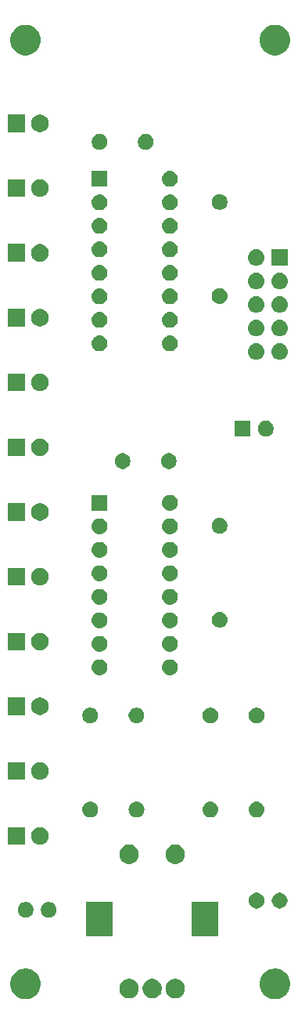
<source format=gbr>
G04 #@! TF.GenerationSoftware,KiCad,Pcbnew,(5.1.2)-1*
G04 #@! TF.CreationDate,2019-06-04T09:14:30-07:00*
G04 #@! TF.ProjectId,selector,73656c65-6374-46f7-922e-6b696361645f,rev?*
G04 #@! TF.SameCoordinates,Original*
G04 #@! TF.FileFunction,Soldermask,Top*
G04 #@! TF.FilePolarity,Negative*
%FSLAX46Y46*%
G04 Gerber Fmt 4.6, Leading zero omitted, Abs format (unit mm)*
G04 Created by KiCad (PCBNEW (5.1.2)-1) date 2019-06-04 09:14:30*
%MOMM*%
%LPD*%
G04 APERTURE LIST*
%ADD10C,0.100000*%
G04 APERTURE END LIST*
D10*
G36*
X91375256Y-164391298D02*
G01*
X91481579Y-164412447D01*
X91782042Y-164536903D01*
X92052451Y-164717585D01*
X92282415Y-164947549D01*
X92463097Y-165217958D01*
X92575528Y-165489389D01*
X92587553Y-165518422D01*
X92651000Y-165837389D01*
X92651000Y-166162611D01*
X92644868Y-166193436D01*
X92587553Y-166481579D01*
X92463097Y-166782042D01*
X92282415Y-167052451D01*
X92052451Y-167282415D01*
X91782042Y-167463097D01*
X91481579Y-167587553D01*
X91375256Y-167608702D01*
X91162611Y-167651000D01*
X90837389Y-167651000D01*
X90624744Y-167608702D01*
X90518421Y-167587553D01*
X90217958Y-167463097D01*
X89947549Y-167282415D01*
X89717585Y-167052451D01*
X89536903Y-166782042D01*
X89412447Y-166481579D01*
X89355132Y-166193436D01*
X89349000Y-166162611D01*
X89349000Y-165837389D01*
X89412447Y-165518422D01*
X89424473Y-165489389D01*
X89536903Y-165217958D01*
X89717585Y-164947549D01*
X89947549Y-164717585D01*
X90217958Y-164536903D01*
X90518421Y-164412447D01*
X90624744Y-164391298D01*
X90837389Y-164349000D01*
X91162611Y-164349000D01*
X91375256Y-164391298D01*
X91375256Y-164391298D01*
G37*
G36*
X64375256Y-164391298D02*
G01*
X64481579Y-164412447D01*
X64782042Y-164536903D01*
X65052451Y-164717585D01*
X65282415Y-164947549D01*
X65463097Y-165217958D01*
X65575528Y-165489389D01*
X65587553Y-165518422D01*
X65651000Y-165837389D01*
X65651000Y-166162611D01*
X65644868Y-166193436D01*
X65587553Y-166481579D01*
X65463097Y-166782042D01*
X65282415Y-167052451D01*
X65052451Y-167282415D01*
X64782042Y-167463097D01*
X64481579Y-167587553D01*
X64375256Y-167608702D01*
X64162611Y-167651000D01*
X63837389Y-167651000D01*
X63624744Y-167608702D01*
X63518421Y-167587553D01*
X63217958Y-167463097D01*
X62947549Y-167282415D01*
X62717585Y-167052451D01*
X62536903Y-166782042D01*
X62412447Y-166481579D01*
X62355132Y-166193436D01*
X62349000Y-166162611D01*
X62349000Y-165837389D01*
X62412447Y-165518422D01*
X62424473Y-165489389D01*
X62536903Y-165217958D01*
X62717585Y-164947549D01*
X62947549Y-164717585D01*
X63217958Y-164536903D01*
X63518421Y-164412447D01*
X63624744Y-164391298D01*
X63837389Y-164349000D01*
X64162611Y-164349000D01*
X64375256Y-164391298D01*
X64375256Y-164391298D01*
G37*
G36*
X78006564Y-165489389D02*
G01*
X78197833Y-165568615D01*
X78197835Y-165568616D01*
X78369973Y-165683635D01*
X78516365Y-165830027D01*
X78631385Y-166002167D01*
X78710611Y-166193436D01*
X78751000Y-166396484D01*
X78751000Y-166603516D01*
X78710611Y-166806564D01*
X78631385Y-166997833D01*
X78631384Y-166997835D01*
X78516365Y-167169973D01*
X78369973Y-167316365D01*
X78197835Y-167431384D01*
X78197834Y-167431385D01*
X78197833Y-167431385D01*
X78006564Y-167510611D01*
X77803516Y-167551000D01*
X77596484Y-167551000D01*
X77393436Y-167510611D01*
X77202167Y-167431385D01*
X77202166Y-167431385D01*
X77202165Y-167431384D01*
X77030027Y-167316365D01*
X76883635Y-167169973D01*
X76768616Y-166997835D01*
X76768615Y-166997833D01*
X76689389Y-166806564D01*
X76649000Y-166603516D01*
X76649000Y-166396484D01*
X76689389Y-166193436D01*
X76768615Y-166002167D01*
X76883635Y-165830027D01*
X77030027Y-165683635D01*
X77202165Y-165568616D01*
X77202167Y-165568615D01*
X77393436Y-165489389D01*
X77596484Y-165449000D01*
X77803516Y-165449000D01*
X78006564Y-165489389D01*
X78006564Y-165489389D01*
G37*
G36*
X80506564Y-165489389D02*
G01*
X80697833Y-165568615D01*
X80697835Y-165568616D01*
X80869973Y-165683635D01*
X81016365Y-165830027D01*
X81131385Y-166002167D01*
X81210611Y-166193436D01*
X81251000Y-166396484D01*
X81251000Y-166603516D01*
X81210611Y-166806564D01*
X81131385Y-166997833D01*
X81131384Y-166997835D01*
X81016365Y-167169973D01*
X80869973Y-167316365D01*
X80697835Y-167431384D01*
X80697834Y-167431385D01*
X80697833Y-167431385D01*
X80506564Y-167510611D01*
X80303516Y-167551000D01*
X80096484Y-167551000D01*
X79893436Y-167510611D01*
X79702167Y-167431385D01*
X79702166Y-167431385D01*
X79702165Y-167431384D01*
X79530027Y-167316365D01*
X79383635Y-167169973D01*
X79268616Y-166997835D01*
X79268615Y-166997833D01*
X79189389Y-166806564D01*
X79149000Y-166603516D01*
X79149000Y-166396484D01*
X79189389Y-166193436D01*
X79268615Y-166002167D01*
X79383635Y-165830027D01*
X79530027Y-165683635D01*
X79702165Y-165568616D01*
X79702167Y-165568615D01*
X79893436Y-165489389D01*
X80096484Y-165449000D01*
X80303516Y-165449000D01*
X80506564Y-165489389D01*
X80506564Y-165489389D01*
G37*
G36*
X75506564Y-165489389D02*
G01*
X75697833Y-165568615D01*
X75697835Y-165568616D01*
X75869973Y-165683635D01*
X76016365Y-165830027D01*
X76131385Y-166002167D01*
X76210611Y-166193436D01*
X76251000Y-166396484D01*
X76251000Y-166603516D01*
X76210611Y-166806564D01*
X76131385Y-166997833D01*
X76131384Y-166997835D01*
X76016365Y-167169973D01*
X75869973Y-167316365D01*
X75697835Y-167431384D01*
X75697834Y-167431385D01*
X75697833Y-167431385D01*
X75506564Y-167510611D01*
X75303516Y-167551000D01*
X75096484Y-167551000D01*
X74893436Y-167510611D01*
X74702167Y-167431385D01*
X74702166Y-167431385D01*
X74702165Y-167431384D01*
X74530027Y-167316365D01*
X74383635Y-167169973D01*
X74268616Y-166997835D01*
X74268615Y-166997833D01*
X74189389Y-166806564D01*
X74149000Y-166603516D01*
X74149000Y-166396484D01*
X74189389Y-166193436D01*
X74268615Y-166002167D01*
X74383635Y-165830027D01*
X74530027Y-165683635D01*
X74702165Y-165568616D01*
X74702167Y-165568615D01*
X74893436Y-165489389D01*
X75096484Y-165449000D01*
X75303516Y-165449000D01*
X75506564Y-165489389D01*
X75506564Y-165489389D01*
G37*
G36*
X84851000Y-160851000D02*
G01*
X81949000Y-160851000D01*
X81949000Y-157149000D01*
X84851000Y-157149000D01*
X84851000Y-160851000D01*
X84851000Y-160851000D01*
G37*
G36*
X73451000Y-160851000D02*
G01*
X70549000Y-160851000D01*
X70549000Y-157149000D01*
X73451000Y-157149000D01*
X73451000Y-160851000D01*
X73451000Y-160851000D01*
G37*
G36*
X66748228Y-157181703D02*
G01*
X66903100Y-157245853D01*
X67042481Y-157338985D01*
X67161015Y-157457519D01*
X67254147Y-157596900D01*
X67318297Y-157751772D01*
X67351000Y-157916184D01*
X67351000Y-158083816D01*
X67318297Y-158248228D01*
X67254147Y-158403100D01*
X67161015Y-158542481D01*
X67042481Y-158661015D01*
X66903100Y-158754147D01*
X66748228Y-158818297D01*
X66583816Y-158851000D01*
X66416184Y-158851000D01*
X66251772Y-158818297D01*
X66096900Y-158754147D01*
X65957519Y-158661015D01*
X65838985Y-158542481D01*
X65745853Y-158403100D01*
X65681703Y-158248228D01*
X65649000Y-158083816D01*
X65649000Y-157916184D01*
X65681703Y-157751772D01*
X65745853Y-157596900D01*
X65838985Y-157457519D01*
X65957519Y-157338985D01*
X66096900Y-157245853D01*
X66251772Y-157181703D01*
X66416184Y-157149000D01*
X66583816Y-157149000D01*
X66748228Y-157181703D01*
X66748228Y-157181703D01*
G37*
G36*
X64248228Y-157181703D02*
G01*
X64403100Y-157245853D01*
X64542481Y-157338985D01*
X64661015Y-157457519D01*
X64754147Y-157596900D01*
X64818297Y-157751772D01*
X64851000Y-157916184D01*
X64851000Y-158083816D01*
X64818297Y-158248228D01*
X64754147Y-158403100D01*
X64661015Y-158542481D01*
X64542481Y-158661015D01*
X64403100Y-158754147D01*
X64248228Y-158818297D01*
X64083816Y-158851000D01*
X63916184Y-158851000D01*
X63751772Y-158818297D01*
X63596900Y-158754147D01*
X63457519Y-158661015D01*
X63338985Y-158542481D01*
X63245853Y-158403100D01*
X63181703Y-158248228D01*
X63149000Y-158083816D01*
X63149000Y-157916184D01*
X63181703Y-157751772D01*
X63245853Y-157596900D01*
X63338985Y-157457519D01*
X63457519Y-157338985D01*
X63596900Y-157245853D01*
X63751772Y-157181703D01*
X63916184Y-157149000D01*
X64083816Y-157149000D01*
X64248228Y-157181703D01*
X64248228Y-157181703D01*
G37*
G36*
X91748228Y-156181703D02*
G01*
X91903100Y-156245853D01*
X92042481Y-156338985D01*
X92161015Y-156457519D01*
X92254147Y-156596900D01*
X92318297Y-156751772D01*
X92351000Y-156916184D01*
X92351000Y-157083816D01*
X92318297Y-157248228D01*
X92254147Y-157403100D01*
X92161015Y-157542481D01*
X92042481Y-157661015D01*
X91903100Y-157754147D01*
X91748228Y-157818297D01*
X91583816Y-157851000D01*
X91416184Y-157851000D01*
X91251772Y-157818297D01*
X91096900Y-157754147D01*
X90957519Y-157661015D01*
X90838985Y-157542481D01*
X90745853Y-157403100D01*
X90681703Y-157248228D01*
X90649000Y-157083816D01*
X90649000Y-156916184D01*
X90681703Y-156751772D01*
X90745853Y-156596900D01*
X90838985Y-156457519D01*
X90957519Y-156338985D01*
X91096900Y-156245853D01*
X91251772Y-156181703D01*
X91416184Y-156149000D01*
X91583816Y-156149000D01*
X91748228Y-156181703D01*
X91748228Y-156181703D01*
G37*
G36*
X89248228Y-156181703D02*
G01*
X89403100Y-156245853D01*
X89542481Y-156338985D01*
X89661015Y-156457519D01*
X89754147Y-156596900D01*
X89818297Y-156751772D01*
X89851000Y-156916184D01*
X89851000Y-157083816D01*
X89818297Y-157248228D01*
X89754147Y-157403100D01*
X89661015Y-157542481D01*
X89542481Y-157661015D01*
X89403100Y-157754147D01*
X89248228Y-157818297D01*
X89083816Y-157851000D01*
X88916184Y-157851000D01*
X88751772Y-157818297D01*
X88596900Y-157754147D01*
X88457519Y-157661015D01*
X88338985Y-157542481D01*
X88245853Y-157403100D01*
X88181703Y-157248228D01*
X88149000Y-157083816D01*
X88149000Y-156916184D01*
X88181703Y-156751772D01*
X88245853Y-156596900D01*
X88338985Y-156457519D01*
X88457519Y-156338985D01*
X88596900Y-156245853D01*
X88751772Y-156181703D01*
X88916184Y-156149000D01*
X89083816Y-156149000D01*
X89248228Y-156181703D01*
X89248228Y-156181703D01*
G37*
G36*
X80506564Y-150989389D02*
G01*
X80697833Y-151068615D01*
X80697835Y-151068616D01*
X80869973Y-151183635D01*
X81016365Y-151330027D01*
X81131385Y-151502167D01*
X81210611Y-151693436D01*
X81251000Y-151896484D01*
X81251000Y-152103516D01*
X81210611Y-152306564D01*
X81131385Y-152497833D01*
X81131384Y-152497835D01*
X81016365Y-152669973D01*
X80869973Y-152816365D01*
X80697835Y-152931384D01*
X80697834Y-152931385D01*
X80697833Y-152931385D01*
X80506564Y-153010611D01*
X80303516Y-153051000D01*
X80096484Y-153051000D01*
X79893436Y-153010611D01*
X79702167Y-152931385D01*
X79702166Y-152931385D01*
X79702165Y-152931384D01*
X79530027Y-152816365D01*
X79383635Y-152669973D01*
X79268616Y-152497835D01*
X79268615Y-152497833D01*
X79189389Y-152306564D01*
X79149000Y-152103516D01*
X79149000Y-151896484D01*
X79189389Y-151693436D01*
X79268615Y-151502167D01*
X79383635Y-151330027D01*
X79530027Y-151183635D01*
X79702165Y-151068616D01*
X79702167Y-151068615D01*
X79893436Y-150989389D01*
X80096484Y-150949000D01*
X80303516Y-150949000D01*
X80506564Y-150989389D01*
X80506564Y-150989389D01*
G37*
G36*
X75506564Y-150989389D02*
G01*
X75697833Y-151068615D01*
X75697835Y-151068616D01*
X75869973Y-151183635D01*
X76016365Y-151330027D01*
X76131385Y-151502167D01*
X76210611Y-151693436D01*
X76251000Y-151896484D01*
X76251000Y-152103516D01*
X76210611Y-152306564D01*
X76131385Y-152497833D01*
X76131384Y-152497835D01*
X76016365Y-152669973D01*
X75869973Y-152816365D01*
X75697835Y-152931384D01*
X75697834Y-152931385D01*
X75697833Y-152931385D01*
X75506564Y-153010611D01*
X75303516Y-153051000D01*
X75096484Y-153051000D01*
X74893436Y-153010611D01*
X74702167Y-152931385D01*
X74702166Y-152931385D01*
X74702165Y-152931384D01*
X74530027Y-152816365D01*
X74383635Y-152669973D01*
X74268616Y-152497835D01*
X74268615Y-152497833D01*
X74189389Y-152306564D01*
X74149000Y-152103516D01*
X74149000Y-151896484D01*
X74189389Y-151693436D01*
X74268615Y-151502167D01*
X74383635Y-151330027D01*
X74530027Y-151183635D01*
X74702165Y-151068616D01*
X74702167Y-151068615D01*
X74893436Y-150989389D01*
X75096484Y-150949000D01*
X75303516Y-150949000D01*
X75506564Y-150989389D01*
X75506564Y-150989389D01*
G37*
G36*
X63951000Y-150951000D02*
G01*
X62049000Y-150951000D01*
X62049000Y-149049000D01*
X63951000Y-149049000D01*
X63951000Y-150951000D01*
X63951000Y-150951000D01*
G37*
G36*
X65817395Y-149085546D02*
G01*
X65990466Y-149157234D01*
X65990467Y-149157235D01*
X66146227Y-149261310D01*
X66278690Y-149393773D01*
X66278691Y-149393775D01*
X66382766Y-149549534D01*
X66454454Y-149722605D01*
X66491000Y-149906333D01*
X66491000Y-150093667D01*
X66454454Y-150277395D01*
X66382766Y-150450466D01*
X66382765Y-150450467D01*
X66278690Y-150606227D01*
X66146227Y-150738690D01*
X66067818Y-150791081D01*
X65990466Y-150842766D01*
X65817395Y-150914454D01*
X65633667Y-150951000D01*
X65446333Y-150951000D01*
X65262605Y-150914454D01*
X65089534Y-150842766D01*
X65012182Y-150791081D01*
X64933773Y-150738690D01*
X64801310Y-150606227D01*
X64697235Y-150450467D01*
X64697234Y-150450466D01*
X64625546Y-150277395D01*
X64589000Y-150093667D01*
X64589000Y-149906333D01*
X64625546Y-149722605D01*
X64697234Y-149549534D01*
X64801309Y-149393775D01*
X64801310Y-149393773D01*
X64933773Y-149261310D01*
X65089533Y-149157235D01*
X65089534Y-149157234D01*
X65262605Y-149085546D01*
X65446333Y-149049000D01*
X65633667Y-149049000D01*
X65817395Y-149085546D01*
X65817395Y-149085546D01*
G37*
G36*
X71166823Y-146321313D02*
G01*
X71327242Y-146369976D01*
X71459906Y-146440886D01*
X71475078Y-146448996D01*
X71604659Y-146555341D01*
X71711004Y-146684922D01*
X71711005Y-146684924D01*
X71790024Y-146832758D01*
X71838687Y-146993177D01*
X71855117Y-147160000D01*
X71838687Y-147326823D01*
X71790024Y-147487242D01*
X71719114Y-147619906D01*
X71711004Y-147635078D01*
X71604659Y-147764659D01*
X71475078Y-147871004D01*
X71475076Y-147871005D01*
X71327242Y-147950024D01*
X71166823Y-147998687D01*
X71041804Y-148011000D01*
X70958196Y-148011000D01*
X70833177Y-147998687D01*
X70672758Y-147950024D01*
X70524924Y-147871005D01*
X70524922Y-147871004D01*
X70395341Y-147764659D01*
X70288996Y-147635078D01*
X70280886Y-147619906D01*
X70209976Y-147487242D01*
X70161313Y-147326823D01*
X70144883Y-147160000D01*
X70161313Y-146993177D01*
X70209976Y-146832758D01*
X70288995Y-146684924D01*
X70288996Y-146684922D01*
X70395341Y-146555341D01*
X70524922Y-146448996D01*
X70540094Y-146440886D01*
X70672758Y-146369976D01*
X70833177Y-146321313D01*
X70958196Y-146309000D01*
X71041804Y-146309000D01*
X71166823Y-146321313D01*
X71166823Y-146321313D01*
G37*
G36*
X84166823Y-146321313D02*
G01*
X84327242Y-146369976D01*
X84459906Y-146440886D01*
X84475078Y-146448996D01*
X84604659Y-146555341D01*
X84711004Y-146684922D01*
X84711005Y-146684924D01*
X84790024Y-146832758D01*
X84838687Y-146993177D01*
X84855117Y-147160000D01*
X84838687Y-147326823D01*
X84790024Y-147487242D01*
X84719114Y-147619906D01*
X84711004Y-147635078D01*
X84604659Y-147764659D01*
X84475078Y-147871004D01*
X84475076Y-147871005D01*
X84327242Y-147950024D01*
X84166823Y-147998687D01*
X84041804Y-148011000D01*
X83958196Y-148011000D01*
X83833177Y-147998687D01*
X83672758Y-147950024D01*
X83524924Y-147871005D01*
X83524922Y-147871004D01*
X83395341Y-147764659D01*
X83288996Y-147635078D01*
X83280886Y-147619906D01*
X83209976Y-147487242D01*
X83161313Y-147326823D01*
X83144883Y-147160000D01*
X83161313Y-146993177D01*
X83209976Y-146832758D01*
X83288995Y-146684924D01*
X83288996Y-146684922D01*
X83395341Y-146555341D01*
X83524922Y-146448996D01*
X83540094Y-146440886D01*
X83672758Y-146369976D01*
X83833177Y-146321313D01*
X83958196Y-146309000D01*
X84041804Y-146309000D01*
X84166823Y-146321313D01*
X84166823Y-146321313D01*
G37*
G36*
X76166823Y-146321313D02*
G01*
X76327242Y-146369976D01*
X76459906Y-146440886D01*
X76475078Y-146448996D01*
X76604659Y-146555341D01*
X76711004Y-146684922D01*
X76711005Y-146684924D01*
X76790024Y-146832758D01*
X76838687Y-146993177D01*
X76855117Y-147160000D01*
X76838687Y-147326823D01*
X76790024Y-147487242D01*
X76719114Y-147619906D01*
X76711004Y-147635078D01*
X76604659Y-147764659D01*
X76475078Y-147871004D01*
X76475076Y-147871005D01*
X76327242Y-147950024D01*
X76166823Y-147998687D01*
X76041804Y-148011000D01*
X75958196Y-148011000D01*
X75833177Y-147998687D01*
X75672758Y-147950024D01*
X75524924Y-147871005D01*
X75524922Y-147871004D01*
X75395341Y-147764659D01*
X75288996Y-147635078D01*
X75280886Y-147619906D01*
X75209976Y-147487242D01*
X75161313Y-147326823D01*
X75144883Y-147160000D01*
X75161313Y-146993177D01*
X75209976Y-146832758D01*
X75288995Y-146684924D01*
X75288996Y-146684922D01*
X75395341Y-146555341D01*
X75524922Y-146448996D01*
X75540094Y-146440886D01*
X75672758Y-146369976D01*
X75833177Y-146321313D01*
X75958196Y-146309000D01*
X76041804Y-146309000D01*
X76166823Y-146321313D01*
X76166823Y-146321313D01*
G37*
G36*
X89166823Y-146321313D02*
G01*
X89327242Y-146369976D01*
X89459906Y-146440886D01*
X89475078Y-146448996D01*
X89604659Y-146555341D01*
X89711004Y-146684922D01*
X89711005Y-146684924D01*
X89790024Y-146832758D01*
X89838687Y-146993177D01*
X89855117Y-147160000D01*
X89838687Y-147326823D01*
X89790024Y-147487242D01*
X89719114Y-147619906D01*
X89711004Y-147635078D01*
X89604659Y-147764659D01*
X89475078Y-147871004D01*
X89475076Y-147871005D01*
X89327242Y-147950024D01*
X89166823Y-147998687D01*
X89041804Y-148011000D01*
X88958196Y-148011000D01*
X88833177Y-147998687D01*
X88672758Y-147950024D01*
X88524924Y-147871005D01*
X88524922Y-147871004D01*
X88395341Y-147764659D01*
X88288996Y-147635078D01*
X88280886Y-147619906D01*
X88209976Y-147487242D01*
X88161313Y-147326823D01*
X88144883Y-147160000D01*
X88161313Y-146993177D01*
X88209976Y-146832758D01*
X88288995Y-146684924D01*
X88288996Y-146684922D01*
X88395341Y-146555341D01*
X88524922Y-146448996D01*
X88540094Y-146440886D01*
X88672758Y-146369976D01*
X88833177Y-146321313D01*
X88958196Y-146309000D01*
X89041804Y-146309000D01*
X89166823Y-146321313D01*
X89166823Y-146321313D01*
G37*
G36*
X63951000Y-143951000D02*
G01*
X62049000Y-143951000D01*
X62049000Y-142049000D01*
X63951000Y-142049000D01*
X63951000Y-143951000D01*
X63951000Y-143951000D01*
G37*
G36*
X65817395Y-142085546D02*
G01*
X65990466Y-142157234D01*
X65990467Y-142157235D01*
X66146227Y-142261310D01*
X66278690Y-142393773D01*
X66278691Y-142393775D01*
X66382766Y-142549534D01*
X66454454Y-142722605D01*
X66491000Y-142906333D01*
X66491000Y-143093667D01*
X66454454Y-143277395D01*
X66382766Y-143450466D01*
X66382765Y-143450467D01*
X66278690Y-143606227D01*
X66146227Y-143738690D01*
X66067818Y-143791081D01*
X65990466Y-143842766D01*
X65817395Y-143914454D01*
X65633667Y-143951000D01*
X65446333Y-143951000D01*
X65262605Y-143914454D01*
X65089534Y-143842766D01*
X65012182Y-143791081D01*
X64933773Y-143738690D01*
X64801310Y-143606227D01*
X64697235Y-143450467D01*
X64697234Y-143450466D01*
X64625546Y-143277395D01*
X64589000Y-143093667D01*
X64589000Y-142906333D01*
X64625546Y-142722605D01*
X64697234Y-142549534D01*
X64801309Y-142393775D01*
X64801310Y-142393773D01*
X64933773Y-142261310D01*
X65089533Y-142157235D01*
X65089534Y-142157234D01*
X65262605Y-142085546D01*
X65446333Y-142049000D01*
X65633667Y-142049000D01*
X65817395Y-142085546D01*
X65817395Y-142085546D01*
G37*
G36*
X89248228Y-136181703D02*
G01*
X89403100Y-136245853D01*
X89542481Y-136338985D01*
X89661015Y-136457519D01*
X89754147Y-136596900D01*
X89818297Y-136751772D01*
X89851000Y-136916184D01*
X89851000Y-137083816D01*
X89818297Y-137248228D01*
X89754147Y-137403100D01*
X89661015Y-137542481D01*
X89542481Y-137661015D01*
X89403100Y-137754147D01*
X89248228Y-137818297D01*
X89083816Y-137851000D01*
X88916184Y-137851000D01*
X88751772Y-137818297D01*
X88596900Y-137754147D01*
X88457519Y-137661015D01*
X88338985Y-137542481D01*
X88245853Y-137403100D01*
X88181703Y-137248228D01*
X88149000Y-137083816D01*
X88149000Y-136916184D01*
X88181703Y-136751772D01*
X88245853Y-136596900D01*
X88338985Y-136457519D01*
X88457519Y-136338985D01*
X88596900Y-136245853D01*
X88751772Y-136181703D01*
X88916184Y-136149000D01*
X89083816Y-136149000D01*
X89248228Y-136181703D01*
X89248228Y-136181703D01*
G37*
G36*
X84248228Y-136181703D02*
G01*
X84403100Y-136245853D01*
X84542481Y-136338985D01*
X84661015Y-136457519D01*
X84754147Y-136596900D01*
X84818297Y-136751772D01*
X84851000Y-136916184D01*
X84851000Y-137083816D01*
X84818297Y-137248228D01*
X84754147Y-137403100D01*
X84661015Y-137542481D01*
X84542481Y-137661015D01*
X84403100Y-137754147D01*
X84248228Y-137818297D01*
X84083816Y-137851000D01*
X83916184Y-137851000D01*
X83751772Y-137818297D01*
X83596900Y-137754147D01*
X83457519Y-137661015D01*
X83338985Y-137542481D01*
X83245853Y-137403100D01*
X83181703Y-137248228D01*
X83149000Y-137083816D01*
X83149000Y-136916184D01*
X83181703Y-136751772D01*
X83245853Y-136596900D01*
X83338985Y-136457519D01*
X83457519Y-136338985D01*
X83596900Y-136245853D01*
X83751772Y-136181703D01*
X83916184Y-136149000D01*
X84083816Y-136149000D01*
X84248228Y-136181703D01*
X84248228Y-136181703D01*
G37*
G36*
X76248228Y-136181703D02*
G01*
X76403100Y-136245853D01*
X76542481Y-136338985D01*
X76661015Y-136457519D01*
X76754147Y-136596900D01*
X76818297Y-136751772D01*
X76851000Y-136916184D01*
X76851000Y-137083816D01*
X76818297Y-137248228D01*
X76754147Y-137403100D01*
X76661015Y-137542481D01*
X76542481Y-137661015D01*
X76403100Y-137754147D01*
X76248228Y-137818297D01*
X76083816Y-137851000D01*
X75916184Y-137851000D01*
X75751772Y-137818297D01*
X75596900Y-137754147D01*
X75457519Y-137661015D01*
X75338985Y-137542481D01*
X75245853Y-137403100D01*
X75181703Y-137248228D01*
X75149000Y-137083816D01*
X75149000Y-136916184D01*
X75181703Y-136751772D01*
X75245853Y-136596900D01*
X75338985Y-136457519D01*
X75457519Y-136338985D01*
X75596900Y-136245853D01*
X75751772Y-136181703D01*
X75916184Y-136149000D01*
X76083816Y-136149000D01*
X76248228Y-136181703D01*
X76248228Y-136181703D01*
G37*
G36*
X71248228Y-136181703D02*
G01*
X71403100Y-136245853D01*
X71542481Y-136338985D01*
X71661015Y-136457519D01*
X71754147Y-136596900D01*
X71818297Y-136751772D01*
X71851000Y-136916184D01*
X71851000Y-137083816D01*
X71818297Y-137248228D01*
X71754147Y-137403100D01*
X71661015Y-137542481D01*
X71542481Y-137661015D01*
X71403100Y-137754147D01*
X71248228Y-137818297D01*
X71083816Y-137851000D01*
X70916184Y-137851000D01*
X70751772Y-137818297D01*
X70596900Y-137754147D01*
X70457519Y-137661015D01*
X70338985Y-137542481D01*
X70245853Y-137403100D01*
X70181703Y-137248228D01*
X70149000Y-137083816D01*
X70149000Y-136916184D01*
X70181703Y-136751772D01*
X70245853Y-136596900D01*
X70338985Y-136457519D01*
X70457519Y-136338985D01*
X70596900Y-136245853D01*
X70751772Y-136181703D01*
X70916184Y-136149000D01*
X71083816Y-136149000D01*
X71248228Y-136181703D01*
X71248228Y-136181703D01*
G37*
G36*
X63951000Y-136951000D02*
G01*
X62049000Y-136951000D01*
X62049000Y-135049000D01*
X63951000Y-135049000D01*
X63951000Y-136951000D01*
X63951000Y-136951000D01*
G37*
G36*
X65817395Y-135085546D02*
G01*
X65990466Y-135157234D01*
X65990467Y-135157235D01*
X66146227Y-135261310D01*
X66278690Y-135393773D01*
X66278691Y-135393775D01*
X66382766Y-135549534D01*
X66454454Y-135722605D01*
X66491000Y-135906333D01*
X66491000Y-136093667D01*
X66454454Y-136277395D01*
X66382766Y-136450466D01*
X66331081Y-136527818D01*
X66278690Y-136606227D01*
X66146227Y-136738690D01*
X66126648Y-136751772D01*
X65990466Y-136842766D01*
X65817395Y-136914454D01*
X65633667Y-136951000D01*
X65446333Y-136951000D01*
X65262605Y-136914454D01*
X65089534Y-136842766D01*
X64953352Y-136751772D01*
X64933773Y-136738690D01*
X64801310Y-136606227D01*
X64748919Y-136527818D01*
X64697234Y-136450466D01*
X64625546Y-136277395D01*
X64589000Y-136093667D01*
X64589000Y-135906333D01*
X64625546Y-135722605D01*
X64697234Y-135549534D01*
X64801309Y-135393775D01*
X64801310Y-135393773D01*
X64933773Y-135261310D01*
X65089533Y-135157235D01*
X65089534Y-135157234D01*
X65262605Y-135085546D01*
X65446333Y-135049000D01*
X65633667Y-135049000D01*
X65817395Y-135085546D01*
X65817395Y-135085546D01*
G37*
G36*
X72166823Y-130941313D02*
G01*
X72327242Y-130989976D01*
X72459906Y-131060886D01*
X72475078Y-131068996D01*
X72604659Y-131175341D01*
X72711004Y-131304922D01*
X72711005Y-131304924D01*
X72790024Y-131452758D01*
X72838687Y-131613177D01*
X72855117Y-131780000D01*
X72838687Y-131946823D01*
X72790024Y-132107242D01*
X72719114Y-132239906D01*
X72711004Y-132255078D01*
X72604659Y-132384659D01*
X72475078Y-132491004D01*
X72475076Y-132491005D01*
X72327242Y-132570024D01*
X72166823Y-132618687D01*
X72041804Y-132631000D01*
X71958196Y-132631000D01*
X71833177Y-132618687D01*
X71672758Y-132570024D01*
X71524924Y-132491005D01*
X71524922Y-132491004D01*
X71395341Y-132384659D01*
X71288996Y-132255078D01*
X71280886Y-132239906D01*
X71209976Y-132107242D01*
X71161313Y-131946823D01*
X71144883Y-131780000D01*
X71161313Y-131613177D01*
X71209976Y-131452758D01*
X71288995Y-131304924D01*
X71288996Y-131304922D01*
X71395341Y-131175341D01*
X71524922Y-131068996D01*
X71540094Y-131060886D01*
X71672758Y-130989976D01*
X71833177Y-130941313D01*
X71958196Y-130929000D01*
X72041804Y-130929000D01*
X72166823Y-130941313D01*
X72166823Y-130941313D01*
G37*
G36*
X79786823Y-130941313D02*
G01*
X79947242Y-130989976D01*
X80079906Y-131060886D01*
X80095078Y-131068996D01*
X80224659Y-131175341D01*
X80331004Y-131304922D01*
X80331005Y-131304924D01*
X80410024Y-131452758D01*
X80458687Y-131613177D01*
X80475117Y-131780000D01*
X80458687Y-131946823D01*
X80410024Y-132107242D01*
X80339114Y-132239906D01*
X80331004Y-132255078D01*
X80224659Y-132384659D01*
X80095078Y-132491004D01*
X80095076Y-132491005D01*
X79947242Y-132570024D01*
X79786823Y-132618687D01*
X79661804Y-132631000D01*
X79578196Y-132631000D01*
X79453177Y-132618687D01*
X79292758Y-132570024D01*
X79144924Y-132491005D01*
X79144922Y-132491004D01*
X79015341Y-132384659D01*
X78908996Y-132255078D01*
X78900886Y-132239906D01*
X78829976Y-132107242D01*
X78781313Y-131946823D01*
X78764883Y-131780000D01*
X78781313Y-131613177D01*
X78829976Y-131452758D01*
X78908995Y-131304924D01*
X78908996Y-131304922D01*
X79015341Y-131175341D01*
X79144922Y-131068996D01*
X79160094Y-131060886D01*
X79292758Y-130989976D01*
X79453177Y-130941313D01*
X79578196Y-130929000D01*
X79661804Y-130929000D01*
X79786823Y-130941313D01*
X79786823Y-130941313D01*
G37*
G36*
X79786823Y-128401313D02*
G01*
X79947242Y-128449976D01*
X80079906Y-128520886D01*
X80095078Y-128528996D01*
X80224659Y-128635341D01*
X80331004Y-128764922D01*
X80331005Y-128764924D01*
X80410024Y-128912758D01*
X80458687Y-129073177D01*
X80475117Y-129240000D01*
X80458687Y-129406823D01*
X80410024Y-129567242D01*
X80389187Y-129606225D01*
X80331004Y-129715078D01*
X80224659Y-129844659D01*
X80095078Y-129951004D01*
X80095076Y-129951005D01*
X79947242Y-130030024D01*
X79786823Y-130078687D01*
X79661804Y-130091000D01*
X79578196Y-130091000D01*
X79453177Y-130078687D01*
X79292758Y-130030024D01*
X79144924Y-129951005D01*
X79144922Y-129951004D01*
X79015341Y-129844659D01*
X78908996Y-129715078D01*
X78850813Y-129606225D01*
X78829976Y-129567242D01*
X78781313Y-129406823D01*
X78764883Y-129240000D01*
X78781313Y-129073177D01*
X78829976Y-128912758D01*
X78908995Y-128764924D01*
X78908996Y-128764922D01*
X79015341Y-128635341D01*
X79144922Y-128528996D01*
X79160094Y-128520886D01*
X79292758Y-128449976D01*
X79453177Y-128401313D01*
X79578196Y-128389000D01*
X79661804Y-128389000D01*
X79786823Y-128401313D01*
X79786823Y-128401313D01*
G37*
G36*
X72166823Y-128401313D02*
G01*
X72327242Y-128449976D01*
X72459906Y-128520886D01*
X72475078Y-128528996D01*
X72604659Y-128635341D01*
X72711004Y-128764922D01*
X72711005Y-128764924D01*
X72790024Y-128912758D01*
X72838687Y-129073177D01*
X72855117Y-129240000D01*
X72838687Y-129406823D01*
X72790024Y-129567242D01*
X72769187Y-129606225D01*
X72711004Y-129715078D01*
X72604659Y-129844659D01*
X72475078Y-129951004D01*
X72475076Y-129951005D01*
X72327242Y-130030024D01*
X72166823Y-130078687D01*
X72041804Y-130091000D01*
X71958196Y-130091000D01*
X71833177Y-130078687D01*
X71672758Y-130030024D01*
X71524924Y-129951005D01*
X71524922Y-129951004D01*
X71395341Y-129844659D01*
X71288996Y-129715078D01*
X71230813Y-129606225D01*
X71209976Y-129567242D01*
X71161313Y-129406823D01*
X71144883Y-129240000D01*
X71161313Y-129073177D01*
X71209976Y-128912758D01*
X71288995Y-128764924D01*
X71288996Y-128764922D01*
X71395341Y-128635341D01*
X71524922Y-128528996D01*
X71540094Y-128520886D01*
X71672758Y-128449976D01*
X71833177Y-128401313D01*
X71958196Y-128389000D01*
X72041804Y-128389000D01*
X72166823Y-128401313D01*
X72166823Y-128401313D01*
G37*
G36*
X65817395Y-128085546D02*
G01*
X65990466Y-128157234D01*
X65990467Y-128157235D01*
X66146227Y-128261310D01*
X66278690Y-128393773D01*
X66316243Y-128449975D01*
X66382766Y-128549534D01*
X66454454Y-128722605D01*
X66491000Y-128906333D01*
X66491000Y-129093667D01*
X66454454Y-129277395D01*
X66382766Y-129450466D01*
X66382765Y-129450467D01*
X66278690Y-129606227D01*
X66146227Y-129738690D01*
X66067818Y-129791081D01*
X65990466Y-129842766D01*
X65817395Y-129914454D01*
X65633667Y-129951000D01*
X65446333Y-129951000D01*
X65262605Y-129914454D01*
X65089534Y-129842766D01*
X65012182Y-129791081D01*
X64933773Y-129738690D01*
X64801310Y-129606227D01*
X64697235Y-129450467D01*
X64697234Y-129450466D01*
X64625546Y-129277395D01*
X64589000Y-129093667D01*
X64589000Y-128906333D01*
X64625546Y-128722605D01*
X64697234Y-128549534D01*
X64763757Y-128449975D01*
X64801310Y-128393773D01*
X64933773Y-128261310D01*
X65089533Y-128157235D01*
X65089534Y-128157234D01*
X65262605Y-128085546D01*
X65446333Y-128049000D01*
X65633667Y-128049000D01*
X65817395Y-128085546D01*
X65817395Y-128085546D01*
G37*
G36*
X63951000Y-129951000D02*
G01*
X62049000Y-129951000D01*
X62049000Y-128049000D01*
X63951000Y-128049000D01*
X63951000Y-129951000D01*
X63951000Y-129951000D01*
G37*
G36*
X72166823Y-125861313D02*
G01*
X72327242Y-125909976D01*
X72400241Y-125948995D01*
X72475078Y-125988996D01*
X72604659Y-126095341D01*
X72711004Y-126224922D01*
X72711005Y-126224924D01*
X72790024Y-126372758D01*
X72838687Y-126533177D01*
X72855117Y-126700000D01*
X72838687Y-126866823D01*
X72790024Y-127027242D01*
X72732385Y-127135076D01*
X72711004Y-127175078D01*
X72604659Y-127304659D01*
X72475078Y-127411004D01*
X72475076Y-127411005D01*
X72327242Y-127490024D01*
X72166823Y-127538687D01*
X72041804Y-127551000D01*
X71958196Y-127551000D01*
X71833177Y-127538687D01*
X71672758Y-127490024D01*
X71524924Y-127411005D01*
X71524922Y-127411004D01*
X71395341Y-127304659D01*
X71288996Y-127175078D01*
X71267615Y-127135076D01*
X71209976Y-127027242D01*
X71161313Y-126866823D01*
X71144883Y-126700000D01*
X71161313Y-126533177D01*
X71209976Y-126372758D01*
X71288995Y-126224924D01*
X71288996Y-126224922D01*
X71395341Y-126095341D01*
X71524922Y-125988996D01*
X71599759Y-125948995D01*
X71672758Y-125909976D01*
X71833177Y-125861313D01*
X71958196Y-125849000D01*
X72041804Y-125849000D01*
X72166823Y-125861313D01*
X72166823Y-125861313D01*
G37*
G36*
X79786823Y-125861313D02*
G01*
X79947242Y-125909976D01*
X80020241Y-125948995D01*
X80095078Y-125988996D01*
X80224659Y-126095341D01*
X80331004Y-126224922D01*
X80331005Y-126224924D01*
X80410024Y-126372758D01*
X80458687Y-126533177D01*
X80475117Y-126700000D01*
X80458687Y-126866823D01*
X80410024Y-127027242D01*
X80352385Y-127135076D01*
X80331004Y-127175078D01*
X80224659Y-127304659D01*
X80095078Y-127411004D01*
X80095076Y-127411005D01*
X79947242Y-127490024D01*
X79786823Y-127538687D01*
X79661804Y-127551000D01*
X79578196Y-127551000D01*
X79453177Y-127538687D01*
X79292758Y-127490024D01*
X79144924Y-127411005D01*
X79144922Y-127411004D01*
X79015341Y-127304659D01*
X78908996Y-127175078D01*
X78887615Y-127135076D01*
X78829976Y-127027242D01*
X78781313Y-126866823D01*
X78764883Y-126700000D01*
X78781313Y-126533177D01*
X78829976Y-126372758D01*
X78908995Y-126224924D01*
X78908996Y-126224922D01*
X79015341Y-126095341D01*
X79144922Y-125988996D01*
X79219759Y-125948995D01*
X79292758Y-125909976D01*
X79453177Y-125861313D01*
X79578196Y-125849000D01*
X79661804Y-125849000D01*
X79786823Y-125861313D01*
X79786823Y-125861313D01*
G37*
G36*
X85166823Y-125821313D02*
G01*
X85327242Y-125869976D01*
X85459906Y-125940886D01*
X85475078Y-125948996D01*
X85604659Y-126055341D01*
X85711004Y-126184922D01*
X85711005Y-126184924D01*
X85790024Y-126332758D01*
X85838687Y-126493177D01*
X85855117Y-126660000D01*
X85838687Y-126826823D01*
X85790024Y-126987242D01*
X85719114Y-127119906D01*
X85711004Y-127135078D01*
X85604659Y-127264659D01*
X85475078Y-127371004D01*
X85475076Y-127371005D01*
X85327242Y-127450024D01*
X85166823Y-127498687D01*
X85041804Y-127511000D01*
X84958196Y-127511000D01*
X84833177Y-127498687D01*
X84672758Y-127450024D01*
X84524924Y-127371005D01*
X84524922Y-127371004D01*
X84395341Y-127264659D01*
X84288996Y-127135078D01*
X84280886Y-127119906D01*
X84209976Y-126987242D01*
X84161313Y-126826823D01*
X84144883Y-126660000D01*
X84161313Y-126493177D01*
X84209976Y-126332758D01*
X84288995Y-126184924D01*
X84288996Y-126184922D01*
X84395341Y-126055341D01*
X84524922Y-125948996D01*
X84540094Y-125940886D01*
X84672758Y-125869976D01*
X84833177Y-125821313D01*
X84958196Y-125809000D01*
X85041804Y-125809000D01*
X85166823Y-125821313D01*
X85166823Y-125821313D01*
G37*
G36*
X79786823Y-123321313D02*
G01*
X79947242Y-123369976D01*
X80079906Y-123440886D01*
X80095078Y-123448996D01*
X80224659Y-123555341D01*
X80331004Y-123684922D01*
X80331005Y-123684924D01*
X80410024Y-123832758D01*
X80458687Y-123993177D01*
X80475117Y-124160000D01*
X80458687Y-124326823D01*
X80410024Y-124487242D01*
X80339114Y-124619906D01*
X80331004Y-124635078D01*
X80224659Y-124764659D01*
X80095078Y-124871004D01*
X80095076Y-124871005D01*
X79947242Y-124950024D01*
X79786823Y-124998687D01*
X79661804Y-125011000D01*
X79578196Y-125011000D01*
X79453177Y-124998687D01*
X79292758Y-124950024D01*
X79144924Y-124871005D01*
X79144922Y-124871004D01*
X79015341Y-124764659D01*
X78908996Y-124635078D01*
X78900886Y-124619906D01*
X78829976Y-124487242D01*
X78781313Y-124326823D01*
X78764883Y-124160000D01*
X78781313Y-123993177D01*
X78829976Y-123832758D01*
X78908995Y-123684924D01*
X78908996Y-123684922D01*
X79015341Y-123555341D01*
X79144922Y-123448996D01*
X79160094Y-123440886D01*
X79292758Y-123369976D01*
X79453177Y-123321313D01*
X79578196Y-123309000D01*
X79661804Y-123309000D01*
X79786823Y-123321313D01*
X79786823Y-123321313D01*
G37*
G36*
X72166823Y-123321313D02*
G01*
X72327242Y-123369976D01*
X72459906Y-123440886D01*
X72475078Y-123448996D01*
X72604659Y-123555341D01*
X72711004Y-123684922D01*
X72711005Y-123684924D01*
X72790024Y-123832758D01*
X72838687Y-123993177D01*
X72855117Y-124160000D01*
X72838687Y-124326823D01*
X72790024Y-124487242D01*
X72719114Y-124619906D01*
X72711004Y-124635078D01*
X72604659Y-124764659D01*
X72475078Y-124871004D01*
X72475076Y-124871005D01*
X72327242Y-124950024D01*
X72166823Y-124998687D01*
X72041804Y-125011000D01*
X71958196Y-125011000D01*
X71833177Y-124998687D01*
X71672758Y-124950024D01*
X71524924Y-124871005D01*
X71524922Y-124871004D01*
X71395341Y-124764659D01*
X71288996Y-124635078D01*
X71280886Y-124619906D01*
X71209976Y-124487242D01*
X71161313Y-124326823D01*
X71144883Y-124160000D01*
X71161313Y-123993177D01*
X71209976Y-123832758D01*
X71288995Y-123684924D01*
X71288996Y-123684922D01*
X71395341Y-123555341D01*
X71524922Y-123448996D01*
X71540094Y-123440886D01*
X71672758Y-123369976D01*
X71833177Y-123321313D01*
X71958196Y-123309000D01*
X72041804Y-123309000D01*
X72166823Y-123321313D01*
X72166823Y-123321313D01*
G37*
G36*
X63951000Y-122951000D02*
G01*
X62049000Y-122951000D01*
X62049000Y-121049000D01*
X63951000Y-121049000D01*
X63951000Y-122951000D01*
X63951000Y-122951000D01*
G37*
G36*
X65817395Y-121085546D02*
G01*
X65990466Y-121157234D01*
X65990467Y-121157235D01*
X66146227Y-121261310D01*
X66278690Y-121393773D01*
X66278691Y-121393775D01*
X66382766Y-121549534D01*
X66454454Y-121722605D01*
X66491000Y-121906333D01*
X66491000Y-122093667D01*
X66454454Y-122277395D01*
X66382766Y-122450466D01*
X66331081Y-122527818D01*
X66278690Y-122606227D01*
X66146227Y-122738690D01*
X66067818Y-122791081D01*
X65990466Y-122842766D01*
X65817395Y-122914454D01*
X65633667Y-122951000D01*
X65446333Y-122951000D01*
X65262605Y-122914454D01*
X65089534Y-122842766D01*
X65012182Y-122791081D01*
X64933773Y-122738690D01*
X64801310Y-122606227D01*
X64748919Y-122527818D01*
X64697234Y-122450466D01*
X64625546Y-122277395D01*
X64589000Y-122093667D01*
X64589000Y-121906333D01*
X64625546Y-121722605D01*
X64697234Y-121549534D01*
X64801309Y-121393775D01*
X64801310Y-121393773D01*
X64933773Y-121261310D01*
X65089533Y-121157235D01*
X65089534Y-121157234D01*
X65262605Y-121085546D01*
X65446333Y-121049000D01*
X65633667Y-121049000D01*
X65817395Y-121085546D01*
X65817395Y-121085546D01*
G37*
G36*
X72166823Y-120781313D02*
G01*
X72327242Y-120829976D01*
X72459906Y-120900886D01*
X72475078Y-120908996D01*
X72604659Y-121015341D01*
X72711004Y-121144922D01*
X72711005Y-121144924D01*
X72790024Y-121292758D01*
X72838687Y-121453177D01*
X72855117Y-121620000D01*
X72838687Y-121786823D01*
X72790024Y-121947242D01*
X72719114Y-122079906D01*
X72711004Y-122095078D01*
X72604659Y-122224659D01*
X72475078Y-122331004D01*
X72475076Y-122331005D01*
X72327242Y-122410024D01*
X72166823Y-122458687D01*
X72041804Y-122471000D01*
X71958196Y-122471000D01*
X71833177Y-122458687D01*
X71672758Y-122410024D01*
X71524924Y-122331005D01*
X71524922Y-122331004D01*
X71395341Y-122224659D01*
X71288996Y-122095078D01*
X71280886Y-122079906D01*
X71209976Y-121947242D01*
X71161313Y-121786823D01*
X71144883Y-121620000D01*
X71161313Y-121453177D01*
X71209976Y-121292758D01*
X71288995Y-121144924D01*
X71288996Y-121144922D01*
X71395341Y-121015341D01*
X71524922Y-120908996D01*
X71540094Y-120900886D01*
X71672758Y-120829976D01*
X71833177Y-120781313D01*
X71958196Y-120769000D01*
X72041804Y-120769000D01*
X72166823Y-120781313D01*
X72166823Y-120781313D01*
G37*
G36*
X79786823Y-120781313D02*
G01*
X79947242Y-120829976D01*
X80079906Y-120900886D01*
X80095078Y-120908996D01*
X80224659Y-121015341D01*
X80331004Y-121144922D01*
X80331005Y-121144924D01*
X80410024Y-121292758D01*
X80458687Y-121453177D01*
X80475117Y-121620000D01*
X80458687Y-121786823D01*
X80410024Y-121947242D01*
X80339114Y-122079906D01*
X80331004Y-122095078D01*
X80224659Y-122224659D01*
X80095078Y-122331004D01*
X80095076Y-122331005D01*
X79947242Y-122410024D01*
X79786823Y-122458687D01*
X79661804Y-122471000D01*
X79578196Y-122471000D01*
X79453177Y-122458687D01*
X79292758Y-122410024D01*
X79144924Y-122331005D01*
X79144922Y-122331004D01*
X79015341Y-122224659D01*
X78908996Y-122095078D01*
X78900886Y-122079906D01*
X78829976Y-121947242D01*
X78781313Y-121786823D01*
X78764883Y-121620000D01*
X78781313Y-121453177D01*
X78829976Y-121292758D01*
X78908995Y-121144924D01*
X78908996Y-121144922D01*
X79015341Y-121015341D01*
X79144922Y-120908996D01*
X79160094Y-120900886D01*
X79292758Y-120829976D01*
X79453177Y-120781313D01*
X79578196Y-120769000D01*
X79661804Y-120769000D01*
X79786823Y-120781313D01*
X79786823Y-120781313D01*
G37*
G36*
X79786823Y-118241313D02*
G01*
X79947242Y-118289976D01*
X80079906Y-118360886D01*
X80095078Y-118368996D01*
X80224659Y-118475341D01*
X80331004Y-118604922D01*
X80331005Y-118604924D01*
X80410024Y-118752758D01*
X80458687Y-118913177D01*
X80475117Y-119080000D01*
X80458687Y-119246823D01*
X80410024Y-119407242D01*
X80339114Y-119539906D01*
X80331004Y-119555078D01*
X80224659Y-119684659D01*
X80095078Y-119791004D01*
X80095076Y-119791005D01*
X79947242Y-119870024D01*
X79786823Y-119918687D01*
X79661804Y-119931000D01*
X79578196Y-119931000D01*
X79453177Y-119918687D01*
X79292758Y-119870024D01*
X79144924Y-119791005D01*
X79144922Y-119791004D01*
X79015341Y-119684659D01*
X78908996Y-119555078D01*
X78900886Y-119539906D01*
X78829976Y-119407242D01*
X78781313Y-119246823D01*
X78764883Y-119080000D01*
X78781313Y-118913177D01*
X78829976Y-118752758D01*
X78908995Y-118604924D01*
X78908996Y-118604922D01*
X79015341Y-118475341D01*
X79144922Y-118368996D01*
X79160094Y-118360886D01*
X79292758Y-118289976D01*
X79453177Y-118241313D01*
X79578196Y-118229000D01*
X79661804Y-118229000D01*
X79786823Y-118241313D01*
X79786823Y-118241313D01*
G37*
G36*
X72166823Y-118241313D02*
G01*
X72327242Y-118289976D01*
X72459906Y-118360886D01*
X72475078Y-118368996D01*
X72604659Y-118475341D01*
X72711004Y-118604922D01*
X72711005Y-118604924D01*
X72790024Y-118752758D01*
X72838687Y-118913177D01*
X72855117Y-119080000D01*
X72838687Y-119246823D01*
X72790024Y-119407242D01*
X72719114Y-119539906D01*
X72711004Y-119555078D01*
X72604659Y-119684659D01*
X72475078Y-119791004D01*
X72475076Y-119791005D01*
X72327242Y-119870024D01*
X72166823Y-119918687D01*
X72041804Y-119931000D01*
X71958196Y-119931000D01*
X71833177Y-119918687D01*
X71672758Y-119870024D01*
X71524924Y-119791005D01*
X71524922Y-119791004D01*
X71395341Y-119684659D01*
X71288996Y-119555078D01*
X71280886Y-119539906D01*
X71209976Y-119407242D01*
X71161313Y-119246823D01*
X71144883Y-119080000D01*
X71161313Y-118913177D01*
X71209976Y-118752758D01*
X71288995Y-118604924D01*
X71288996Y-118604922D01*
X71395341Y-118475341D01*
X71524922Y-118368996D01*
X71540094Y-118360886D01*
X71672758Y-118289976D01*
X71833177Y-118241313D01*
X71958196Y-118229000D01*
X72041804Y-118229000D01*
X72166823Y-118241313D01*
X72166823Y-118241313D01*
G37*
G36*
X72166823Y-115701313D02*
G01*
X72290037Y-115738690D01*
X72313651Y-115745853D01*
X72327242Y-115749976D01*
X72459906Y-115820886D01*
X72475078Y-115828996D01*
X72604659Y-115935341D01*
X72711004Y-116064922D01*
X72711005Y-116064924D01*
X72790024Y-116212758D01*
X72838687Y-116373177D01*
X72855117Y-116540000D01*
X72838687Y-116706823D01*
X72790024Y-116867242D01*
X72770859Y-116903097D01*
X72711004Y-117015078D01*
X72604659Y-117144659D01*
X72475078Y-117251004D01*
X72475076Y-117251005D01*
X72327242Y-117330024D01*
X72166823Y-117378687D01*
X72041804Y-117391000D01*
X71958196Y-117391000D01*
X71833177Y-117378687D01*
X71672758Y-117330024D01*
X71524924Y-117251005D01*
X71524922Y-117251004D01*
X71395341Y-117144659D01*
X71288996Y-117015078D01*
X71229141Y-116903097D01*
X71209976Y-116867242D01*
X71161313Y-116706823D01*
X71144883Y-116540000D01*
X71161313Y-116373177D01*
X71209976Y-116212758D01*
X71288995Y-116064924D01*
X71288996Y-116064922D01*
X71395341Y-115935341D01*
X71524922Y-115828996D01*
X71540094Y-115820886D01*
X71672758Y-115749976D01*
X71686350Y-115745853D01*
X71709963Y-115738690D01*
X71833177Y-115701313D01*
X71958196Y-115689000D01*
X72041804Y-115689000D01*
X72166823Y-115701313D01*
X72166823Y-115701313D01*
G37*
G36*
X79786823Y-115701313D02*
G01*
X79910037Y-115738690D01*
X79933651Y-115745853D01*
X79947242Y-115749976D01*
X80079906Y-115820886D01*
X80095078Y-115828996D01*
X80224659Y-115935341D01*
X80331004Y-116064922D01*
X80331005Y-116064924D01*
X80410024Y-116212758D01*
X80458687Y-116373177D01*
X80475117Y-116540000D01*
X80458687Y-116706823D01*
X80410024Y-116867242D01*
X80390859Y-116903097D01*
X80331004Y-117015078D01*
X80224659Y-117144659D01*
X80095078Y-117251004D01*
X80095076Y-117251005D01*
X79947242Y-117330024D01*
X79786823Y-117378687D01*
X79661804Y-117391000D01*
X79578196Y-117391000D01*
X79453177Y-117378687D01*
X79292758Y-117330024D01*
X79144924Y-117251005D01*
X79144922Y-117251004D01*
X79015341Y-117144659D01*
X78908996Y-117015078D01*
X78849141Y-116903097D01*
X78829976Y-116867242D01*
X78781313Y-116706823D01*
X78764883Y-116540000D01*
X78781313Y-116373177D01*
X78829976Y-116212758D01*
X78908995Y-116064924D01*
X78908996Y-116064922D01*
X79015341Y-115935341D01*
X79144922Y-115828996D01*
X79160094Y-115820886D01*
X79292758Y-115749976D01*
X79306350Y-115745853D01*
X79329963Y-115738690D01*
X79453177Y-115701313D01*
X79578196Y-115689000D01*
X79661804Y-115689000D01*
X79786823Y-115701313D01*
X79786823Y-115701313D01*
G37*
G36*
X85248228Y-115681703D02*
G01*
X85403100Y-115745853D01*
X85542481Y-115838985D01*
X85661015Y-115957519D01*
X85754147Y-116096900D01*
X85818297Y-116251772D01*
X85851000Y-116416184D01*
X85851000Y-116583816D01*
X85818297Y-116748228D01*
X85754147Y-116903100D01*
X85661015Y-117042481D01*
X85542481Y-117161015D01*
X85403100Y-117254147D01*
X85248228Y-117318297D01*
X85083816Y-117351000D01*
X84916184Y-117351000D01*
X84751772Y-117318297D01*
X84596900Y-117254147D01*
X84457519Y-117161015D01*
X84338985Y-117042481D01*
X84245853Y-116903100D01*
X84181703Y-116748228D01*
X84149000Y-116583816D01*
X84149000Y-116416184D01*
X84181703Y-116251772D01*
X84245853Y-116096900D01*
X84338985Y-115957519D01*
X84457519Y-115838985D01*
X84596900Y-115745853D01*
X84751772Y-115681703D01*
X84916184Y-115649000D01*
X85083816Y-115649000D01*
X85248228Y-115681703D01*
X85248228Y-115681703D01*
G37*
G36*
X63951000Y-115951000D02*
G01*
X62049000Y-115951000D01*
X62049000Y-114049000D01*
X63951000Y-114049000D01*
X63951000Y-115951000D01*
X63951000Y-115951000D01*
G37*
G36*
X65817395Y-114085546D02*
G01*
X65990466Y-114157234D01*
X65990467Y-114157235D01*
X66146227Y-114261310D01*
X66278690Y-114393773D01*
X66278691Y-114393775D01*
X66382766Y-114549534D01*
X66454454Y-114722605D01*
X66491000Y-114906333D01*
X66491000Y-115093667D01*
X66454454Y-115277395D01*
X66382766Y-115450466D01*
X66382765Y-115450467D01*
X66278690Y-115606227D01*
X66146227Y-115738690D01*
X66129336Y-115749976D01*
X65990466Y-115842766D01*
X65817395Y-115914454D01*
X65633667Y-115951000D01*
X65446333Y-115951000D01*
X65262605Y-115914454D01*
X65089534Y-115842766D01*
X64950664Y-115749976D01*
X64933773Y-115738690D01*
X64801310Y-115606227D01*
X64697235Y-115450467D01*
X64697234Y-115450466D01*
X64625546Y-115277395D01*
X64589000Y-115093667D01*
X64589000Y-114906333D01*
X64625546Y-114722605D01*
X64697234Y-114549534D01*
X64801309Y-114393775D01*
X64801310Y-114393773D01*
X64933773Y-114261310D01*
X65089533Y-114157235D01*
X65089534Y-114157234D01*
X65262605Y-114085546D01*
X65446333Y-114049000D01*
X65633667Y-114049000D01*
X65817395Y-114085546D01*
X65817395Y-114085546D01*
G37*
G36*
X79786823Y-113161313D02*
G01*
X79947242Y-113209976D01*
X80079906Y-113280886D01*
X80095078Y-113288996D01*
X80224659Y-113395341D01*
X80331004Y-113524922D01*
X80331005Y-113524924D01*
X80410024Y-113672758D01*
X80458687Y-113833177D01*
X80475117Y-114000000D01*
X80458687Y-114166823D01*
X80410024Y-114327242D01*
X80374462Y-114393773D01*
X80331004Y-114475078D01*
X80224659Y-114604659D01*
X80095078Y-114711004D01*
X80095076Y-114711005D01*
X79947242Y-114790024D01*
X79786823Y-114838687D01*
X79661804Y-114851000D01*
X79578196Y-114851000D01*
X79453177Y-114838687D01*
X79292758Y-114790024D01*
X79144924Y-114711005D01*
X79144922Y-114711004D01*
X79015341Y-114604659D01*
X78908996Y-114475078D01*
X78865538Y-114393773D01*
X78829976Y-114327242D01*
X78781313Y-114166823D01*
X78764883Y-114000000D01*
X78781313Y-113833177D01*
X78829976Y-113672758D01*
X78908995Y-113524924D01*
X78908996Y-113524922D01*
X79015341Y-113395341D01*
X79144922Y-113288996D01*
X79160094Y-113280886D01*
X79292758Y-113209976D01*
X79453177Y-113161313D01*
X79578196Y-113149000D01*
X79661804Y-113149000D01*
X79786823Y-113161313D01*
X79786823Y-113161313D01*
G37*
G36*
X72851000Y-114851000D02*
G01*
X71149000Y-114851000D01*
X71149000Y-113149000D01*
X72851000Y-113149000D01*
X72851000Y-114851000D01*
X72851000Y-114851000D01*
G37*
G36*
X79748228Y-108681703D02*
G01*
X79903100Y-108745853D01*
X80042481Y-108838985D01*
X80161015Y-108957519D01*
X80254147Y-109096900D01*
X80318297Y-109251772D01*
X80351000Y-109416184D01*
X80351000Y-109583816D01*
X80318297Y-109748228D01*
X80254147Y-109903100D01*
X80161015Y-110042481D01*
X80042481Y-110161015D01*
X79903100Y-110254147D01*
X79748228Y-110318297D01*
X79583816Y-110351000D01*
X79416184Y-110351000D01*
X79251772Y-110318297D01*
X79096900Y-110254147D01*
X78957519Y-110161015D01*
X78838985Y-110042481D01*
X78745853Y-109903100D01*
X78681703Y-109748228D01*
X78649000Y-109583816D01*
X78649000Y-109416184D01*
X78681703Y-109251772D01*
X78745853Y-109096900D01*
X78838985Y-108957519D01*
X78957519Y-108838985D01*
X79096900Y-108745853D01*
X79251772Y-108681703D01*
X79416184Y-108649000D01*
X79583816Y-108649000D01*
X79748228Y-108681703D01*
X79748228Y-108681703D01*
G37*
G36*
X74748228Y-108681703D02*
G01*
X74903100Y-108745853D01*
X75042481Y-108838985D01*
X75161015Y-108957519D01*
X75254147Y-109096900D01*
X75318297Y-109251772D01*
X75351000Y-109416184D01*
X75351000Y-109583816D01*
X75318297Y-109748228D01*
X75254147Y-109903100D01*
X75161015Y-110042481D01*
X75042481Y-110161015D01*
X74903100Y-110254147D01*
X74748228Y-110318297D01*
X74583816Y-110351000D01*
X74416184Y-110351000D01*
X74251772Y-110318297D01*
X74096900Y-110254147D01*
X73957519Y-110161015D01*
X73838985Y-110042481D01*
X73745853Y-109903100D01*
X73681703Y-109748228D01*
X73649000Y-109583816D01*
X73649000Y-109416184D01*
X73681703Y-109251772D01*
X73745853Y-109096900D01*
X73838985Y-108957519D01*
X73957519Y-108838985D01*
X74096900Y-108745853D01*
X74251772Y-108681703D01*
X74416184Y-108649000D01*
X74583816Y-108649000D01*
X74748228Y-108681703D01*
X74748228Y-108681703D01*
G37*
G36*
X65817395Y-107085546D02*
G01*
X65990466Y-107157234D01*
X65990467Y-107157235D01*
X66146227Y-107261310D01*
X66278690Y-107393773D01*
X66278691Y-107393775D01*
X66382766Y-107549534D01*
X66454454Y-107722605D01*
X66491000Y-107906333D01*
X66491000Y-108093667D01*
X66454454Y-108277395D01*
X66382766Y-108450466D01*
X66382765Y-108450467D01*
X66278690Y-108606227D01*
X66146227Y-108738690D01*
X66067818Y-108791081D01*
X65990466Y-108842766D01*
X65817395Y-108914454D01*
X65633667Y-108951000D01*
X65446333Y-108951000D01*
X65262605Y-108914454D01*
X65089534Y-108842766D01*
X65012182Y-108791081D01*
X64933773Y-108738690D01*
X64801310Y-108606227D01*
X64697235Y-108450467D01*
X64697234Y-108450466D01*
X64625546Y-108277395D01*
X64589000Y-108093667D01*
X64589000Y-107906333D01*
X64625546Y-107722605D01*
X64697234Y-107549534D01*
X64801309Y-107393775D01*
X64801310Y-107393773D01*
X64933773Y-107261310D01*
X65089533Y-107157235D01*
X65089534Y-107157234D01*
X65262605Y-107085546D01*
X65446333Y-107049000D01*
X65633667Y-107049000D01*
X65817395Y-107085546D01*
X65817395Y-107085546D01*
G37*
G36*
X63951000Y-108951000D02*
G01*
X62049000Y-108951000D01*
X62049000Y-107049000D01*
X63951000Y-107049000D01*
X63951000Y-108951000D01*
X63951000Y-108951000D01*
G37*
G36*
X88351000Y-106851000D02*
G01*
X86649000Y-106851000D01*
X86649000Y-105149000D01*
X88351000Y-105149000D01*
X88351000Y-106851000D01*
X88351000Y-106851000D01*
G37*
G36*
X90248228Y-105181703D02*
G01*
X90403100Y-105245853D01*
X90542481Y-105338985D01*
X90661015Y-105457519D01*
X90754147Y-105596900D01*
X90818297Y-105751772D01*
X90851000Y-105916184D01*
X90851000Y-106083816D01*
X90818297Y-106248228D01*
X90754147Y-106403100D01*
X90661015Y-106542481D01*
X90542481Y-106661015D01*
X90403100Y-106754147D01*
X90248228Y-106818297D01*
X90083816Y-106851000D01*
X89916184Y-106851000D01*
X89751772Y-106818297D01*
X89596900Y-106754147D01*
X89457519Y-106661015D01*
X89338985Y-106542481D01*
X89245853Y-106403100D01*
X89181703Y-106248228D01*
X89149000Y-106083816D01*
X89149000Y-105916184D01*
X89181703Y-105751772D01*
X89245853Y-105596900D01*
X89338985Y-105457519D01*
X89457519Y-105338985D01*
X89596900Y-105245853D01*
X89751772Y-105181703D01*
X89916184Y-105149000D01*
X90083816Y-105149000D01*
X90248228Y-105181703D01*
X90248228Y-105181703D01*
G37*
G36*
X65817395Y-100085546D02*
G01*
X65990466Y-100157234D01*
X65990467Y-100157235D01*
X66146227Y-100261310D01*
X66278690Y-100393773D01*
X66278691Y-100393775D01*
X66382766Y-100549534D01*
X66454454Y-100722605D01*
X66491000Y-100906333D01*
X66491000Y-101093667D01*
X66454454Y-101277395D01*
X66382766Y-101450466D01*
X66382765Y-101450467D01*
X66278690Y-101606227D01*
X66146227Y-101738690D01*
X66067818Y-101791081D01*
X65990466Y-101842766D01*
X65817395Y-101914454D01*
X65633667Y-101951000D01*
X65446333Y-101951000D01*
X65262605Y-101914454D01*
X65089534Y-101842766D01*
X65012182Y-101791081D01*
X64933773Y-101738690D01*
X64801310Y-101606227D01*
X64697235Y-101450467D01*
X64697234Y-101450466D01*
X64625546Y-101277395D01*
X64589000Y-101093667D01*
X64589000Y-100906333D01*
X64625546Y-100722605D01*
X64697234Y-100549534D01*
X64801309Y-100393775D01*
X64801310Y-100393773D01*
X64933773Y-100261310D01*
X65089533Y-100157235D01*
X65089534Y-100157234D01*
X65262605Y-100085546D01*
X65446333Y-100049000D01*
X65633667Y-100049000D01*
X65817395Y-100085546D01*
X65817395Y-100085546D01*
G37*
G36*
X63951000Y-101951000D02*
G01*
X62049000Y-101951000D01*
X62049000Y-100049000D01*
X63951000Y-100049000D01*
X63951000Y-101951000D01*
X63951000Y-101951000D01*
G37*
G36*
X89070442Y-96765518D02*
G01*
X89136627Y-96772037D01*
X89306466Y-96823557D01*
X89462991Y-96907222D01*
X89498729Y-96936552D01*
X89600186Y-97019814D01*
X89671933Y-97107239D01*
X89712778Y-97157009D01*
X89796443Y-97313534D01*
X89847963Y-97483373D01*
X89865359Y-97660000D01*
X89847963Y-97836627D01*
X89796443Y-98006466D01*
X89712778Y-98162991D01*
X89683448Y-98198729D01*
X89600186Y-98300186D01*
X89498729Y-98383448D01*
X89462991Y-98412778D01*
X89306466Y-98496443D01*
X89136627Y-98547963D01*
X89070442Y-98554482D01*
X89004260Y-98561000D01*
X88915740Y-98561000D01*
X88849557Y-98554481D01*
X88783373Y-98547963D01*
X88613534Y-98496443D01*
X88457009Y-98412778D01*
X88421271Y-98383448D01*
X88319814Y-98300186D01*
X88236552Y-98198729D01*
X88207222Y-98162991D01*
X88123557Y-98006466D01*
X88072037Y-97836627D01*
X88054641Y-97660000D01*
X88072037Y-97483373D01*
X88123557Y-97313534D01*
X88207222Y-97157009D01*
X88248067Y-97107239D01*
X88319814Y-97019814D01*
X88421271Y-96936552D01*
X88457009Y-96907222D01*
X88613534Y-96823557D01*
X88783373Y-96772037D01*
X88849558Y-96765518D01*
X88915740Y-96759000D01*
X89004260Y-96759000D01*
X89070442Y-96765518D01*
X89070442Y-96765518D01*
G37*
G36*
X91610442Y-96765518D02*
G01*
X91676627Y-96772037D01*
X91846466Y-96823557D01*
X92002991Y-96907222D01*
X92038729Y-96936552D01*
X92140186Y-97019814D01*
X92211933Y-97107239D01*
X92252778Y-97157009D01*
X92336443Y-97313534D01*
X92387963Y-97483373D01*
X92405359Y-97660000D01*
X92387963Y-97836627D01*
X92336443Y-98006466D01*
X92252778Y-98162991D01*
X92223448Y-98198729D01*
X92140186Y-98300186D01*
X92038729Y-98383448D01*
X92002991Y-98412778D01*
X91846466Y-98496443D01*
X91676627Y-98547963D01*
X91610442Y-98554482D01*
X91544260Y-98561000D01*
X91455740Y-98561000D01*
X91389557Y-98554481D01*
X91323373Y-98547963D01*
X91153534Y-98496443D01*
X90997009Y-98412778D01*
X90961271Y-98383448D01*
X90859814Y-98300186D01*
X90776552Y-98198729D01*
X90747222Y-98162991D01*
X90663557Y-98006466D01*
X90612037Y-97836627D01*
X90594641Y-97660000D01*
X90612037Y-97483373D01*
X90663557Y-97313534D01*
X90747222Y-97157009D01*
X90788067Y-97107239D01*
X90859814Y-97019814D01*
X90961271Y-96936552D01*
X90997009Y-96907222D01*
X91153534Y-96823557D01*
X91323373Y-96772037D01*
X91389557Y-96765519D01*
X91455740Y-96759000D01*
X91544260Y-96759000D01*
X91610442Y-96765518D01*
X91610442Y-96765518D01*
G37*
G36*
X79786823Y-95941313D02*
G01*
X79947242Y-95989976D01*
X80079906Y-96060886D01*
X80095078Y-96068996D01*
X80224659Y-96175341D01*
X80331004Y-96304922D01*
X80331005Y-96304924D01*
X80410024Y-96452758D01*
X80458687Y-96613177D01*
X80475117Y-96780000D01*
X80458687Y-96946823D01*
X80410024Y-97107242D01*
X80383423Y-97157009D01*
X80331004Y-97255078D01*
X80224659Y-97384659D01*
X80095078Y-97491004D01*
X80095076Y-97491005D01*
X79947242Y-97570024D01*
X79786823Y-97618687D01*
X79661804Y-97631000D01*
X79578196Y-97631000D01*
X79453177Y-97618687D01*
X79292758Y-97570024D01*
X79144924Y-97491005D01*
X79144922Y-97491004D01*
X79015341Y-97384659D01*
X78908996Y-97255078D01*
X78856577Y-97157009D01*
X78829976Y-97107242D01*
X78781313Y-96946823D01*
X78764883Y-96780000D01*
X78781313Y-96613177D01*
X78829976Y-96452758D01*
X78908995Y-96304924D01*
X78908996Y-96304922D01*
X79015341Y-96175341D01*
X79144922Y-96068996D01*
X79160094Y-96060886D01*
X79292758Y-95989976D01*
X79453177Y-95941313D01*
X79578196Y-95929000D01*
X79661804Y-95929000D01*
X79786823Y-95941313D01*
X79786823Y-95941313D01*
G37*
G36*
X72166823Y-95941313D02*
G01*
X72327242Y-95989976D01*
X72459906Y-96060886D01*
X72475078Y-96068996D01*
X72604659Y-96175341D01*
X72711004Y-96304922D01*
X72711005Y-96304924D01*
X72790024Y-96452758D01*
X72838687Y-96613177D01*
X72855117Y-96780000D01*
X72838687Y-96946823D01*
X72790024Y-97107242D01*
X72763423Y-97157009D01*
X72711004Y-97255078D01*
X72604659Y-97384659D01*
X72475078Y-97491004D01*
X72475076Y-97491005D01*
X72327242Y-97570024D01*
X72166823Y-97618687D01*
X72041804Y-97631000D01*
X71958196Y-97631000D01*
X71833177Y-97618687D01*
X71672758Y-97570024D01*
X71524924Y-97491005D01*
X71524922Y-97491004D01*
X71395341Y-97384659D01*
X71288996Y-97255078D01*
X71236577Y-97157009D01*
X71209976Y-97107242D01*
X71161313Y-96946823D01*
X71144883Y-96780000D01*
X71161313Y-96613177D01*
X71209976Y-96452758D01*
X71288995Y-96304924D01*
X71288996Y-96304922D01*
X71395341Y-96175341D01*
X71524922Y-96068996D01*
X71540094Y-96060886D01*
X71672758Y-95989976D01*
X71833177Y-95941313D01*
X71958196Y-95929000D01*
X72041804Y-95929000D01*
X72166823Y-95941313D01*
X72166823Y-95941313D01*
G37*
G36*
X89070443Y-94225519D02*
G01*
X89136627Y-94232037D01*
X89306466Y-94283557D01*
X89462991Y-94367222D01*
X89498729Y-94396552D01*
X89600186Y-94479814D01*
X89671933Y-94567239D01*
X89712778Y-94617009D01*
X89796443Y-94773534D01*
X89847963Y-94943373D01*
X89865359Y-95120000D01*
X89847963Y-95296627D01*
X89796443Y-95466466D01*
X89712778Y-95622991D01*
X89683448Y-95658729D01*
X89600186Y-95760186D01*
X89498729Y-95843448D01*
X89462991Y-95872778D01*
X89306466Y-95956443D01*
X89136627Y-96007963D01*
X89070443Y-96014481D01*
X89004260Y-96021000D01*
X88915740Y-96021000D01*
X88849557Y-96014481D01*
X88783373Y-96007963D01*
X88613534Y-95956443D01*
X88457009Y-95872778D01*
X88421271Y-95843448D01*
X88319814Y-95760186D01*
X88236552Y-95658729D01*
X88207222Y-95622991D01*
X88123557Y-95466466D01*
X88072037Y-95296627D01*
X88054641Y-95120000D01*
X88072037Y-94943373D01*
X88123557Y-94773534D01*
X88207222Y-94617009D01*
X88248067Y-94567239D01*
X88319814Y-94479814D01*
X88421271Y-94396552D01*
X88457009Y-94367222D01*
X88613534Y-94283557D01*
X88783373Y-94232037D01*
X88849557Y-94225519D01*
X88915740Y-94219000D01*
X89004260Y-94219000D01*
X89070443Y-94225519D01*
X89070443Y-94225519D01*
G37*
G36*
X91610443Y-94225519D02*
G01*
X91676627Y-94232037D01*
X91846466Y-94283557D01*
X92002991Y-94367222D01*
X92038729Y-94396552D01*
X92140186Y-94479814D01*
X92211933Y-94567239D01*
X92252778Y-94617009D01*
X92336443Y-94773534D01*
X92387963Y-94943373D01*
X92405359Y-95120000D01*
X92387963Y-95296627D01*
X92336443Y-95466466D01*
X92252778Y-95622991D01*
X92223448Y-95658729D01*
X92140186Y-95760186D01*
X92038729Y-95843448D01*
X92002991Y-95872778D01*
X91846466Y-95956443D01*
X91676627Y-96007963D01*
X91610443Y-96014481D01*
X91544260Y-96021000D01*
X91455740Y-96021000D01*
X91389557Y-96014481D01*
X91323373Y-96007963D01*
X91153534Y-95956443D01*
X90997009Y-95872778D01*
X90961271Y-95843448D01*
X90859814Y-95760186D01*
X90776552Y-95658729D01*
X90747222Y-95622991D01*
X90663557Y-95466466D01*
X90612037Y-95296627D01*
X90594641Y-95120000D01*
X90612037Y-94943373D01*
X90663557Y-94773534D01*
X90747222Y-94617009D01*
X90788067Y-94567239D01*
X90859814Y-94479814D01*
X90961271Y-94396552D01*
X90997009Y-94367222D01*
X91153534Y-94283557D01*
X91323373Y-94232037D01*
X91389557Y-94225519D01*
X91455740Y-94219000D01*
X91544260Y-94219000D01*
X91610443Y-94225519D01*
X91610443Y-94225519D01*
G37*
G36*
X72166823Y-93401313D02*
G01*
X72327242Y-93449976D01*
X72459906Y-93520886D01*
X72475078Y-93528996D01*
X72604659Y-93635341D01*
X72711004Y-93764922D01*
X72711005Y-93764924D01*
X72790024Y-93912758D01*
X72838687Y-94073177D01*
X72855117Y-94240000D01*
X72838687Y-94406823D01*
X72790024Y-94567242D01*
X72769187Y-94606225D01*
X72711004Y-94715078D01*
X72604659Y-94844659D01*
X72475078Y-94951004D01*
X72475076Y-94951005D01*
X72327242Y-95030024D01*
X72166823Y-95078687D01*
X72041804Y-95091000D01*
X71958196Y-95091000D01*
X71833177Y-95078687D01*
X71672758Y-95030024D01*
X71524924Y-94951005D01*
X71524922Y-94951004D01*
X71395341Y-94844659D01*
X71288996Y-94715078D01*
X71230813Y-94606225D01*
X71209976Y-94567242D01*
X71161313Y-94406823D01*
X71144883Y-94240000D01*
X71161313Y-94073177D01*
X71209976Y-93912758D01*
X71288995Y-93764924D01*
X71288996Y-93764922D01*
X71395341Y-93635341D01*
X71524922Y-93528996D01*
X71540094Y-93520886D01*
X71672758Y-93449976D01*
X71833177Y-93401313D01*
X71958196Y-93389000D01*
X72041804Y-93389000D01*
X72166823Y-93401313D01*
X72166823Y-93401313D01*
G37*
G36*
X79786823Y-93401313D02*
G01*
X79947242Y-93449976D01*
X80079906Y-93520886D01*
X80095078Y-93528996D01*
X80224659Y-93635341D01*
X80331004Y-93764922D01*
X80331005Y-93764924D01*
X80410024Y-93912758D01*
X80458687Y-94073177D01*
X80475117Y-94240000D01*
X80458687Y-94406823D01*
X80410024Y-94567242D01*
X80389187Y-94606225D01*
X80331004Y-94715078D01*
X80224659Y-94844659D01*
X80095078Y-94951004D01*
X80095076Y-94951005D01*
X79947242Y-95030024D01*
X79786823Y-95078687D01*
X79661804Y-95091000D01*
X79578196Y-95091000D01*
X79453177Y-95078687D01*
X79292758Y-95030024D01*
X79144924Y-94951005D01*
X79144922Y-94951004D01*
X79015341Y-94844659D01*
X78908996Y-94715078D01*
X78850813Y-94606225D01*
X78829976Y-94567242D01*
X78781313Y-94406823D01*
X78764883Y-94240000D01*
X78781313Y-94073177D01*
X78829976Y-93912758D01*
X78908995Y-93764924D01*
X78908996Y-93764922D01*
X79015341Y-93635341D01*
X79144922Y-93528996D01*
X79160094Y-93520886D01*
X79292758Y-93449976D01*
X79453177Y-93401313D01*
X79578196Y-93389000D01*
X79661804Y-93389000D01*
X79786823Y-93401313D01*
X79786823Y-93401313D01*
G37*
G36*
X65817395Y-93085546D02*
G01*
X65990466Y-93157234D01*
X65990467Y-93157235D01*
X66146227Y-93261310D01*
X66278690Y-93393773D01*
X66316243Y-93449975D01*
X66382766Y-93549534D01*
X66454454Y-93722605D01*
X66491000Y-93906333D01*
X66491000Y-94093667D01*
X66454454Y-94277395D01*
X66382766Y-94450466D01*
X66331081Y-94527818D01*
X66278690Y-94606227D01*
X66146227Y-94738690D01*
X66094082Y-94773532D01*
X65990466Y-94842766D01*
X65817395Y-94914454D01*
X65633667Y-94951000D01*
X65446333Y-94951000D01*
X65262605Y-94914454D01*
X65089534Y-94842766D01*
X64985918Y-94773532D01*
X64933773Y-94738690D01*
X64801310Y-94606227D01*
X64748919Y-94527818D01*
X64697234Y-94450466D01*
X64625546Y-94277395D01*
X64589000Y-94093667D01*
X64589000Y-93906333D01*
X64625546Y-93722605D01*
X64697234Y-93549534D01*
X64763757Y-93449975D01*
X64801310Y-93393773D01*
X64933773Y-93261310D01*
X65089533Y-93157235D01*
X65089534Y-93157234D01*
X65262605Y-93085546D01*
X65446333Y-93049000D01*
X65633667Y-93049000D01*
X65817395Y-93085546D01*
X65817395Y-93085546D01*
G37*
G36*
X63951000Y-94951000D02*
G01*
X62049000Y-94951000D01*
X62049000Y-93049000D01*
X63951000Y-93049000D01*
X63951000Y-94951000D01*
X63951000Y-94951000D01*
G37*
G36*
X91610443Y-91685519D02*
G01*
X91676627Y-91692037D01*
X91846466Y-91743557D01*
X92002991Y-91827222D01*
X92038729Y-91856552D01*
X92140186Y-91939814D01*
X92211933Y-92027239D01*
X92252778Y-92077009D01*
X92336443Y-92233534D01*
X92387963Y-92403373D01*
X92405359Y-92580000D01*
X92387963Y-92756627D01*
X92336443Y-92926466D01*
X92252778Y-93082991D01*
X92250681Y-93085546D01*
X92140186Y-93220186D01*
X92038729Y-93303448D01*
X92002991Y-93332778D01*
X91846466Y-93416443D01*
X91676627Y-93467963D01*
X91610442Y-93474482D01*
X91544260Y-93481000D01*
X91455740Y-93481000D01*
X91389558Y-93474482D01*
X91323373Y-93467963D01*
X91153534Y-93416443D01*
X90997009Y-93332778D01*
X90961271Y-93303448D01*
X90859814Y-93220186D01*
X90749319Y-93085546D01*
X90747222Y-93082991D01*
X90663557Y-92926466D01*
X90612037Y-92756627D01*
X90594641Y-92580000D01*
X90612037Y-92403373D01*
X90663557Y-92233534D01*
X90747222Y-92077009D01*
X90788067Y-92027239D01*
X90859814Y-91939814D01*
X90961271Y-91856552D01*
X90997009Y-91827222D01*
X91153534Y-91743557D01*
X91323373Y-91692037D01*
X91389557Y-91685519D01*
X91455740Y-91679000D01*
X91544260Y-91679000D01*
X91610443Y-91685519D01*
X91610443Y-91685519D01*
G37*
G36*
X89070443Y-91685519D02*
G01*
X89136627Y-91692037D01*
X89306466Y-91743557D01*
X89462991Y-91827222D01*
X89498729Y-91856552D01*
X89600186Y-91939814D01*
X89671933Y-92027239D01*
X89712778Y-92077009D01*
X89796443Y-92233534D01*
X89847963Y-92403373D01*
X89865359Y-92580000D01*
X89847963Y-92756627D01*
X89796443Y-92926466D01*
X89712778Y-93082991D01*
X89710681Y-93085546D01*
X89600186Y-93220186D01*
X89498729Y-93303448D01*
X89462991Y-93332778D01*
X89306466Y-93416443D01*
X89136627Y-93467963D01*
X89070442Y-93474482D01*
X89004260Y-93481000D01*
X88915740Y-93481000D01*
X88849558Y-93474482D01*
X88783373Y-93467963D01*
X88613534Y-93416443D01*
X88457009Y-93332778D01*
X88421271Y-93303448D01*
X88319814Y-93220186D01*
X88209319Y-93085546D01*
X88207222Y-93082991D01*
X88123557Y-92926466D01*
X88072037Y-92756627D01*
X88054641Y-92580000D01*
X88072037Y-92403373D01*
X88123557Y-92233534D01*
X88207222Y-92077009D01*
X88248067Y-92027239D01*
X88319814Y-91939814D01*
X88421271Y-91856552D01*
X88457009Y-91827222D01*
X88613534Y-91743557D01*
X88783373Y-91692037D01*
X88849557Y-91685519D01*
X88915740Y-91679000D01*
X89004260Y-91679000D01*
X89070443Y-91685519D01*
X89070443Y-91685519D01*
G37*
G36*
X72166823Y-90861313D02*
G01*
X72327242Y-90909976D01*
X72400241Y-90948995D01*
X72475078Y-90988996D01*
X72604659Y-91095341D01*
X72711004Y-91224922D01*
X72711005Y-91224924D01*
X72790024Y-91372758D01*
X72838687Y-91533177D01*
X72855117Y-91700000D01*
X72838687Y-91866823D01*
X72790024Y-92027242D01*
X72763423Y-92077009D01*
X72711004Y-92175078D01*
X72604659Y-92304659D01*
X72475078Y-92411004D01*
X72475076Y-92411005D01*
X72327242Y-92490024D01*
X72166823Y-92538687D01*
X72041804Y-92551000D01*
X71958196Y-92551000D01*
X71833177Y-92538687D01*
X71672758Y-92490024D01*
X71524924Y-92411005D01*
X71524922Y-92411004D01*
X71395341Y-92304659D01*
X71288996Y-92175078D01*
X71236577Y-92077009D01*
X71209976Y-92027242D01*
X71161313Y-91866823D01*
X71144883Y-91700000D01*
X71161313Y-91533177D01*
X71209976Y-91372758D01*
X71288995Y-91224924D01*
X71288996Y-91224922D01*
X71395341Y-91095341D01*
X71524922Y-90988996D01*
X71599759Y-90948995D01*
X71672758Y-90909976D01*
X71833177Y-90861313D01*
X71958196Y-90849000D01*
X72041804Y-90849000D01*
X72166823Y-90861313D01*
X72166823Y-90861313D01*
G37*
G36*
X79786823Y-90861313D02*
G01*
X79947242Y-90909976D01*
X80020241Y-90948995D01*
X80095078Y-90988996D01*
X80224659Y-91095341D01*
X80331004Y-91224922D01*
X80331005Y-91224924D01*
X80410024Y-91372758D01*
X80458687Y-91533177D01*
X80475117Y-91700000D01*
X80458687Y-91866823D01*
X80410024Y-92027242D01*
X80383423Y-92077009D01*
X80331004Y-92175078D01*
X80224659Y-92304659D01*
X80095078Y-92411004D01*
X80095076Y-92411005D01*
X79947242Y-92490024D01*
X79786823Y-92538687D01*
X79661804Y-92551000D01*
X79578196Y-92551000D01*
X79453177Y-92538687D01*
X79292758Y-92490024D01*
X79144924Y-92411005D01*
X79144922Y-92411004D01*
X79015341Y-92304659D01*
X78908996Y-92175078D01*
X78856577Y-92077009D01*
X78829976Y-92027242D01*
X78781313Y-91866823D01*
X78764883Y-91700000D01*
X78781313Y-91533177D01*
X78829976Y-91372758D01*
X78908995Y-91224924D01*
X78908996Y-91224922D01*
X79015341Y-91095341D01*
X79144922Y-90988996D01*
X79219759Y-90948995D01*
X79292758Y-90909976D01*
X79453177Y-90861313D01*
X79578196Y-90849000D01*
X79661804Y-90849000D01*
X79786823Y-90861313D01*
X79786823Y-90861313D01*
G37*
G36*
X85166823Y-90821313D02*
G01*
X85327242Y-90869976D01*
X85435728Y-90927963D01*
X85475078Y-90948996D01*
X85604659Y-91055341D01*
X85711004Y-91184922D01*
X85711005Y-91184924D01*
X85790024Y-91332758D01*
X85838687Y-91493177D01*
X85855117Y-91660000D01*
X85838687Y-91826823D01*
X85790024Y-91987242D01*
X85742042Y-92077009D01*
X85711004Y-92135078D01*
X85604659Y-92264659D01*
X85475078Y-92371004D01*
X85475076Y-92371005D01*
X85327242Y-92450024D01*
X85166823Y-92498687D01*
X85041804Y-92511000D01*
X84958196Y-92511000D01*
X84833177Y-92498687D01*
X84672758Y-92450024D01*
X84524924Y-92371005D01*
X84524922Y-92371004D01*
X84395341Y-92264659D01*
X84288996Y-92135078D01*
X84257958Y-92077009D01*
X84209976Y-91987242D01*
X84161313Y-91826823D01*
X84144883Y-91660000D01*
X84161313Y-91493177D01*
X84209976Y-91332758D01*
X84288995Y-91184924D01*
X84288996Y-91184922D01*
X84395341Y-91055341D01*
X84524922Y-90948996D01*
X84564272Y-90927963D01*
X84672758Y-90869976D01*
X84833177Y-90821313D01*
X84958196Y-90809000D01*
X85041804Y-90809000D01*
X85166823Y-90821313D01*
X85166823Y-90821313D01*
G37*
G36*
X89070443Y-89145519D02*
G01*
X89136627Y-89152037D01*
X89306466Y-89203557D01*
X89462991Y-89287222D01*
X89498729Y-89316552D01*
X89600186Y-89399814D01*
X89671933Y-89487239D01*
X89712778Y-89537009D01*
X89796443Y-89693534D01*
X89847963Y-89863373D01*
X89865359Y-90040000D01*
X89847963Y-90216627D01*
X89796443Y-90386466D01*
X89712778Y-90542991D01*
X89683448Y-90578729D01*
X89600186Y-90680186D01*
X89498729Y-90763448D01*
X89462991Y-90792778D01*
X89306466Y-90876443D01*
X89136627Y-90927963D01*
X89070443Y-90934481D01*
X89004260Y-90941000D01*
X88915740Y-90941000D01*
X88849557Y-90934481D01*
X88783373Y-90927963D01*
X88613534Y-90876443D01*
X88457009Y-90792778D01*
X88421271Y-90763448D01*
X88319814Y-90680186D01*
X88236552Y-90578729D01*
X88207222Y-90542991D01*
X88123557Y-90386466D01*
X88072037Y-90216627D01*
X88054641Y-90040000D01*
X88072037Y-89863373D01*
X88123557Y-89693534D01*
X88207222Y-89537009D01*
X88248067Y-89487239D01*
X88319814Y-89399814D01*
X88421271Y-89316552D01*
X88457009Y-89287222D01*
X88613534Y-89203557D01*
X88783373Y-89152037D01*
X88849557Y-89145519D01*
X88915740Y-89139000D01*
X89004260Y-89139000D01*
X89070443Y-89145519D01*
X89070443Y-89145519D01*
G37*
G36*
X91610443Y-89145519D02*
G01*
X91676627Y-89152037D01*
X91846466Y-89203557D01*
X92002991Y-89287222D01*
X92038729Y-89316552D01*
X92140186Y-89399814D01*
X92211933Y-89487239D01*
X92252778Y-89537009D01*
X92336443Y-89693534D01*
X92387963Y-89863373D01*
X92405359Y-90040000D01*
X92387963Y-90216627D01*
X92336443Y-90386466D01*
X92252778Y-90542991D01*
X92223448Y-90578729D01*
X92140186Y-90680186D01*
X92038729Y-90763448D01*
X92002991Y-90792778D01*
X91846466Y-90876443D01*
X91676627Y-90927963D01*
X91610443Y-90934481D01*
X91544260Y-90941000D01*
X91455740Y-90941000D01*
X91389557Y-90934481D01*
X91323373Y-90927963D01*
X91153534Y-90876443D01*
X90997009Y-90792778D01*
X90961271Y-90763448D01*
X90859814Y-90680186D01*
X90776552Y-90578729D01*
X90747222Y-90542991D01*
X90663557Y-90386466D01*
X90612037Y-90216627D01*
X90594641Y-90040000D01*
X90612037Y-89863373D01*
X90663557Y-89693534D01*
X90747222Y-89537009D01*
X90788067Y-89487239D01*
X90859814Y-89399814D01*
X90961271Y-89316552D01*
X90997009Y-89287222D01*
X91153534Y-89203557D01*
X91323373Y-89152037D01*
X91389557Y-89145519D01*
X91455740Y-89139000D01*
X91544260Y-89139000D01*
X91610443Y-89145519D01*
X91610443Y-89145519D01*
G37*
G36*
X79786823Y-88321313D02*
G01*
X79947242Y-88369976D01*
X80079906Y-88440886D01*
X80095078Y-88448996D01*
X80224659Y-88555341D01*
X80331004Y-88684922D01*
X80331005Y-88684924D01*
X80410024Y-88832758D01*
X80458687Y-88993177D01*
X80475117Y-89160000D01*
X80458687Y-89326823D01*
X80410024Y-89487242D01*
X80383423Y-89537009D01*
X80331004Y-89635078D01*
X80224659Y-89764659D01*
X80095078Y-89871004D01*
X80095076Y-89871005D01*
X79947242Y-89950024D01*
X79786823Y-89998687D01*
X79661804Y-90011000D01*
X79578196Y-90011000D01*
X79453177Y-89998687D01*
X79292758Y-89950024D01*
X79144924Y-89871005D01*
X79144922Y-89871004D01*
X79015341Y-89764659D01*
X78908996Y-89635078D01*
X78856577Y-89537009D01*
X78829976Y-89487242D01*
X78781313Y-89326823D01*
X78764883Y-89160000D01*
X78781313Y-88993177D01*
X78829976Y-88832758D01*
X78908995Y-88684924D01*
X78908996Y-88684922D01*
X79015341Y-88555341D01*
X79144922Y-88448996D01*
X79160094Y-88440886D01*
X79292758Y-88369976D01*
X79453177Y-88321313D01*
X79578196Y-88309000D01*
X79661804Y-88309000D01*
X79786823Y-88321313D01*
X79786823Y-88321313D01*
G37*
G36*
X72166823Y-88321313D02*
G01*
X72327242Y-88369976D01*
X72459906Y-88440886D01*
X72475078Y-88448996D01*
X72604659Y-88555341D01*
X72711004Y-88684922D01*
X72711005Y-88684924D01*
X72790024Y-88832758D01*
X72838687Y-88993177D01*
X72855117Y-89160000D01*
X72838687Y-89326823D01*
X72790024Y-89487242D01*
X72763423Y-89537009D01*
X72711004Y-89635078D01*
X72604659Y-89764659D01*
X72475078Y-89871004D01*
X72475076Y-89871005D01*
X72327242Y-89950024D01*
X72166823Y-89998687D01*
X72041804Y-90011000D01*
X71958196Y-90011000D01*
X71833177Y-89998687D01*
X71672758Y-89950024D01*
X71524924Y-89871005D01*
X71524922Y-89871004D01*
X71395341Y-89764659D01*
X71288996Y-89635078D01*
X71236577Y-89537009D01*
X71209976Y-89487242D01*
X71161313Y-89326823D01*
X71144883Y-89160000D01*
X71161313Y-88993177D01*
X71209976Y-88832758D01*
X71288995Y-88684924D01*
X71288996Y-88684922D01*
X71395341Y-88555341D01*
X71524922Y-88448996D01*
X71540094Y-88440886D01*
X71672758Y-88369976D01*
X71833177Y-88321313D01*
X71958196Y-88309000D01*
X72041804Y-88309000D01*
X72166823Y-88321313D01*
X72166823Y-88321313D01*
G37*
G36*
X92401000Y-88401000D02*
G01*
X90599000Y-88401000D01*
X90599000Y-86599000D01*
X92401000Y-86599000D01*
X92401000Y-88401000D01*
X92401000Y-88401000D01*
G37*
G36*
X89070442Y-86605518D02*
G01*
X89136627Y-86612037D01*
X89306466Y-86663557D01*
X89462991Y-86747222D01*
X89498729Y-86776552D01*
X89600186Y-86859814D01*
X89671933Y-86947239D01*
X89712778Y-86997009D01*
X89796443Y-87153534D01*
X89847963Y-87323373D01*
X89865359Y-87500000D01*
X89847963Y-87676627D01*
X89796443Y-87846466D01*
X89712778Y-88002991D01*
X89683448Y-88038729D01*
X89600186Y-88140186D01*
X89498729Y-88223448D01*
X89462991Y-88252778D01*
X89306466Y-88336443D01*
X89136627Y-88387963D01*
X89070443Y-88394481D01*
X89004260Y-88401000D01*
X88915740Y-88401000D01*
X88849557Y-88394481D01*
X88783373Y-88387963D01*
X88613534Y-88336443D01*
X88457009Y-88252778D01*
X88421271Y-88223448D01*
X88319814Y-88140186D01*
X88236552Y-88038729D01*
X88207222Y-88002991D01*
X88123557Y-87846466D01*
X88072037Y-87676627D01*
X88054641Y-87500000D01*
X88072037Y-87323373D01*
X88123557Y-87153534D01*
X88207222Y-86997009D01*
X88248067Y-86947239D01*
X88319814Y-86859814D01*
X88421271Y-86776552D01*
X88457009Y-86747222D01*
X88613534Y-86663557D01*
X88783373Y-86612037D01*
X88849558Y-86605518D01*
X88915740Y-86599000D01*
X89004260Y-86599000D01*
X89070442Y-86605518D01*
X89070442Y-86605518D01*
G37*
G36*
X63951000Y-87951000D02*
G01*
X62049000Y-87951000D01*
X62049000Y-86049000D01*
X63951000Y-86049000D01*
X63951000Y-87951000D01*
X63951000Y-87951000D01*
G37*
G36*
X65817395Y-86085546D02*
G01*
X65990466Y-86157234D01*
X65990467Y-86157235D01*
X66146227Y-86261310D01*
X66278690Y-86393773D01*
X66278691Y-86393775D01*
X66382766Y-86549534D01*
X66454454Y-86722605D01*
X66491000Y-86906333D01*
X66491000Y-87093667D01*
X66454454Y-87277395D01*
X66382766Y-87450466D01*
X66349668Y-87500000D01*
X66278690Y-87606227D01*
X66146227Y-87738690D01*
X66067818Y-87791081D01*
X65990466Y-87842766D01*
X65817395Y-87914454D01*
X65633667Y-87951000D01*
X65446333Y-87951000D01*
X65262605Y-87914454D01*
X65089534Y-87842766D01*
X65012182Y-87791081D01*
X64933773Y-87738690D01*
X64801310Y-87606227D01*
X64730332Y-87500000D01*
X64697234Y-87450466D01*
X64625546Y-87277395D01*
X64589000Y-87093667D01*
X64589000Y-86906333D01*
X64625546Y-86722605D01*
X64697234Y-86549534D01*
X64801309Y-86393775D01*
X64801310Y-86393773D01*
X64933773Y-86261310D01*
X65089533Y-86157235D01*
X65089534Y-86157234D01*
X65262605Y-86085546D01*
X65446333Y-86049000D01*
X65633667Y-86049000D01*
X65817395Y-86085546D01*
X65817395Y-86085546D01*
G37*
G36*
X79786823Y-85781313D02*
G01*
X79947242Y-85829976D01*
X80079906Y-85900886D01*
X80095078Y-85908996D01*
X80224659Y-86015341D01*
X80331004Y-86144922D01*
X80331005Y-86144924D01*
X80410024Y-86292758D01*
X80458687Y-86453177D01*
X80475117Y-86620000D01*
X80458687Y-86786823D01*
X80410024Y-86947242D01*
X80383423Y-86997009D01*
X80331004Y-87095078D01*
X80224659Y-87224659D01*
X80095078Y-87331004D01*
X80095076Y-87331005D01*
X79947242Y-87410024D01*
X79786823Y-87458687D01*
X79661804Y-87471000D01*
X79578196Y-87471000D01*
X79453177Y-87458687D01*
X79292758Y-87410024D01*
X79144924Y-87331005D01*
X79144922Y-87331004D01*
X79015341Y-87224659D01*
X78908996Y-87095078D01*
X78856577Y-86997009D01*
X78829976Y-86947242D01*
X78781313Y-86786823D01*
X78764883Y-86620000D01*
X78781313Y-86453177D01*
X78829976Y-86292758D01*
X78908995Y-86144924D01*
X78908996Y-86144922D01*
X79015341Y-86015341D01*
X79144922Y-85908996D01*
X79160094Y-85900886D01*
X79292758Y-85829976D01*
X79453177Y-85781313D01*
X79578196Y-85769000D01*
X79661804Y-85769000D01*
X79786823Y-85781313D01*
X79786823Y-85781313D01*
G37*
G36*
X72166823Y-85781313D02*
G01*
X72327242Y-85829976D01*
X72459906Y-85900886D01*
X72475078Y-85908996D01*
X72604659Y-86015341D01*
X72711004Y-86144922D01*
X72711005Y-86144924D01*
X72790024Y-86292758D01*
X72838687Y-86453177D01*
X72855117Y-86620000D01*
X72838687Y-86786823D01*
X72790024Y-86947242D01*
X72763423Y-86997009D01*
X72711004Y-87095078D01*
X72604659Y-87224659D01*
X72475078Y-87331004D01*
X72475076Y-87331005D01*
X72327242Y-87410024D01*
X72166823Y-87458687D01*
X72041804Y-87471000D01*
X71958196Y-87471000D01*
X71833177Y-87458687D01*
X71672758Y-87410024D01*
X71524924Y-87331005D01*
X71524922Y-87331004D01*
X71395341Y-87224659D01*
X71288996Y-87095078D01*
X71236577Y-86997009D01*
X71209976Y-86947242D01*
X71161313Y-86786823D01*
X71144883Y-86620000D01*
X71161313Y-86453177D01*
X71209976Y-86292758D01*
X71288995Y-86144924D01*
X71288996Y-86144922D01*
X71395341Y-86015341D01*
X71524922Y-85908996D01*
X71540094Y-85900886D01*
X71672758Y-85829976D01*
X71833177Y-85781313D01*
X71958196Y-85769000D01*
X72041804Y-85769000D01*
X72166823Y-85781313D01*
X72166823Y-85781313D01*
G37*
G36*
X79786823Y-83241313D02*
G01*
X79947242Y-83289976D01*
X80079906Y-83360886D01*
X80095078Y-83368996D01*
X80224659Y-83475341D01*
X80331004Y-83604922D01*
X80331005Y-83604924D01*
X80410024Y-83752758D01*
X80458687Y-83913177D01*
X80475117Y-84080000D01*
X80458687Y-84246823D01*
X80410024Y-84407242D01*
X80339114Y-84539906D01*
X80331004Y-84555078D01*
X80224659Y-84684659D01*
X80095078Y-84791004D01*
X80095076Y-84791005D01*
X79947242Y-84870024D01*
X79786823Y-84918687D01*
X79661804Y-84931000D01*
X79578196Y-84931000D01*
X79453177Y-84918687D01*
X79292758Y-84870024D01*
X79144924Y-84791005D01*
X79144922Y-84791004D01*
X79015341Y-84684659D01*
X78908996Y-84555078D01*
X78900886Y-84539906D01*
X78829976Y-84407242D01*
X78781313Y-84246823D01*
X78764883Y-84080000D01*
X78781313Y-83913177D01*
X78829976Y-83752758D01*
X78908995Y-83604924D01*
X78908996Y-83604922D01*
X79015341Y-83475341D01*
X79144922Y-83368996D01*
X79160094Y-83360886D01*
X79292758Y-83289976D01*
X79453177Y-83241313D01*
X79578196Y-83229000D01*
X79661804Y-83229000D01*
X79786823Y-83241313D01*
X79786823Y-83241313D01*
G37*
G36*
X72166823Y-83241313D02*
G01*
X72327242Y-83289976D01*
X72459906Y-83360886D01*
X72475078Y-83368996D01*
X72604659Y-83475341D01*
X72711004Y-83604922D01*
X72711005Y-83604924D01*
X72790024Y-83752758D01*
X72838687Y-83913177D01*
X72855117Y-84080000D01*
X72838687Y-84246823D01*
X72790024Y-84407242D01*
X72719114Y-84539906D01*
X72711004Y-84555078D01*
X72604659Y-84684659D01*
X72475078Y-84791004D01*
X72475076Y-84791005D01*
X72327242Y-84870024D01*
X72166823Y-84918687D01*
X72041804Y-84931000D01*
X71958196Y-84931000D01*
X71833177Y-84918687D01*
X71672758Y-84870024D01*
X71524924Y-84791005D01*
X71524922Y-84791004D01*
X71395341Y-84684659D01*
X71288996Y-84555078D01*
X71280886Y-84539906D01*
X71209976Y-84407242D01*
X71161313Y-84246823D01*
X71144883Y-84080000D01*
X71161313Y-83913177D01*
X71209976Y-83752758D01*
X71288995Y-83604924D01*
X71288996Y-83604922D01*
X71395341Y-83475341D01*
X71524922Y-83368996D01*
X71540094Y-83360886D01*
X71672758Y-83289976D01*
X71833177Y-83241313D01*
X71958196Y-83229000D01*
X72041804Y-83229000D01*
X72166823Y-83241313D01*
X72166823Y-83241313D01*
G37*
G36*
X79786823Y-80701313D02*
G01*
X79910037Y-80738690D01*
X79933651Y-80745853D01*
X79947242Y-80749976D01*
X80079906Y-80820886D01*
X80095078Y-80828996D01*
X80224659Y-80935341D01*
X80331004Y-81064922D01*
X80331005Y-81064924D01*
X80410024Y-81212758D01*
X80458687Y-81373177D01*
X80475117Y-81540000D01*
X80458687Y-81706823D01*
X80410024Y-81867242D01*
X80390859Y-81903097D01*
X80331004Y-82015078D01*
X80224659Y-82144659D01*
X80095078Y-82251004D01*
X80095076Y-82251005D01*
X79947242Y-82330024D01*
X79786823Y-82378687D01*
X79661804Y-82391000D01*
X79578196Y-82391000D01*
X79453177Y-82378687D01*
X79292758Y-82330024D01*
X79144924Y-82251005D01*
X79144922Y-82251004D01*
X79015341Y-82144659D01*
X78908996Y-82015078D01*
X78849141Y-81903097D01*
X78829976Y-81867242D01*
X78781313Y-81706823D01*
X78764883Y-81540000D01*
X78781313Y-81373177D01*
X78829976Y-81212758D01*
X78908995Y-81064924D01*
X78908996Y-81064922D01*
X79015341Y-80935341D01*
X79144922Y-80828996D01*
X79160094Y-80820886D01*
X79292758Y-80749976D01*
X79306350Y-80745853D01*
X79329963Y-80738690D01*
X79453177Y-80701313D01*
X79578196Y-80689000D01*
X79661804Y-80689000D01*
X79786823Y-80701313D01*
X79786823Y-80701313D01*
G37*
G36*
X72166823Y-80701313D02*
G01*
X72290037Y-80738690D01*
X72313651Y-80745853D01*
X72327242Y-80749976D01*
X72459906Y-80820886D01*
X72475078Y-80828996D01*
X72604659Y-80935341D01*
X72711004Y-81064922D01*
X72711005Y-81064924D01*
X72790024Y-81212758D01*
X72838687Y-81373177D01*
X72855117Y-81540000D01*
X72838687Y-81706823D01*
X72790024Y-81867242D01*
X72770859Y-81903097D01*
X72711004Y-82015078D01*
X72604659Y-82144659D01*
X72475078Y-82251004D01*
X72475076Y-82251005D01*
X72327242Y-82330024D01*
X72166823Y-82378687D01*
X72041804Y-82391000D01*
X71958196Y-82391000D01*
X71833177Y-82378687D01*
X71672758Y-82330024D01*
X71524924Y-82251005D01*
X71524922Y-82251004D01*
X71395341Y-82144659D01*
X71288996Y-82015078D01*
X71229141Y-81903097D01*
X71209976Y-81867242D01*
X71161313Y-81706823D01*
X71144883Y-81540000D01*
X71161313Y-81373177D01*
X71209976Y-81212758D01*
X71288995Y-81064924D01*
X71288996Y-81064922D01*
X71395341Y-80935341D01*
X71524922Y-80828996D01*
X71540094Y-80820886D01*
X71672758Y-80749976D01*
X71686350Y-80745853D01*
X71709963Y-80738690D01*
X71833177Y-80701313D01*
X71958196Y-80689000D01*
X72041804Y-80689000D01*
X72166823Y-80701313D01*
X72166823Y-80701313D01*
G37*
G36*
X85248228Y-80681703D02*
G01*
X85403100Y-80745853D01*
X85542481Y-80838985D01*
X85661015Y-80957519D01*
X85754147Y-81096900D01*
X85818297Y-81251772D01*
X85851000Y-81416184D01*
X85851000Y-81583816D01*
X85818297Y-81748228D01*
X85754147Y-81903100D01*
X85661015Y-82042481D01*
X85542481Y-82161015D01*
X85403100Y-82254147D01*
X85248228Y-82318297D01*
X85083816Y-82351000D01*
X84916184Y-82351000D01*
X84751772Y-82318297D01*
X84596900Y-82254147D01*
X84457519Y-82161015D01*
X84338985Y-82042481D01*
X84245853Y-81903100D01*
X84181703Y-81748228D01*
X84149000Y-81583816D01*
X84149000Y-81416184D01*
X84181703Y-81251772D01*
X84245853Y-81096900D01*
X84338985Y-80957519D01*
X84457519Y-80838985D01*
X84596900Y-80745853D01*
X84751772Y-80681703D01*
X84916184Y-80649000D01*
X85083816Y-80649000D01*
X85248228Y-80681703D01*
X85248228Y-80681703D01*
G37*
G36*
X63951000Y-80951000D02*
G01*
X62049000Y-80951000D01*
X62049000Y-79049000D01*
X63951000Y-79049000D01*
X63951000Y-80951000D01*
X63951000Y-80951000D01*
G37*
G36*
X65817395Y-79085546D02*
G01*
X65990466Y-79157234D01*
X65990467Y-79157235D01*
X66146227Y-79261310D01*
X66278690Y-79393773D01*
X66278691Y-79393775D01*
X66382766Y-79549534D01*
X66454454Y-79722605D01*
X66491000Y-79906333D01*
X66491000Y-80093667D01*
X66454454Y-80277395D01*
X66382766Y-80450466D01*
X66382765Y-80450467D01*
X66278690Y-80606227D01*
X66146227Y-80738690D01*
X66129336Y-80749976D01*
X65990466Y-80842766D01*
X65817395Y-80914454D01*
X65633667Y-80951000D01*
X65446333Y-80951000D01*
X65262605Y-80914454D01*
X65089534Y-80842766D01*
X64950664Y-80749976D01*
X64933773Y-80738690D01*
X64801310Y-80606227D01*
X64697235Y-80450467D01*
X64697234Y-80450466D01*
X64625546Y-80277395D01*
X64589000Y-80093667D01*
X64589000Y-79906333D01*
X64625546Y-79722605D01*
X64697234Y-79549534D01*
X64801309Y-79393775D01*
X64801310Y-79393773D01*
X64933773Y-79261310D01*
X65089533Y-79157235D01*
X65089534Y-79157234D01*
X65262605Y-79085546D01*
X65446333Y-79049000D01*
X65633667Y-79049000D01*
X65817395Y-79085546D01*
X65817395Y-79085546D01*
G37*
G36*
X72851000Y-79851000D02*
G01*
X71149000Y-79851000D01*
X71149000Y-78149000D01*
X72851000Y-78149000D01*
X72851000Y-79851000D01*
X72851000Y-79851000D01*
G37*
G36*
X79786823Y-78161313D02*
G01*
X79947242Y-78209976D01*
X80079906Y-78280886D01*
X80095078Y-78288996D01*
X80224659Y-78395341D01*
X80331004Y-78524922D01*
X80331005Y-78524924D01*
X80410024Y-78672758D01*
X80458687Y-78833177D01*
X80475117Y-79000000D01*
X80458687Y-79166823D01*
X80410024Y-79327242D01*
X80374462Y-79393773D01*
X80331004Y-79475078D01*
X80224659Y-79604659D01*
X80095078Y-79711004D01*
X80095076Y-79711005D01*
X79947242Y-79790024D01*
X79786823Y-79838687D01*
X79661804Y-79851000D01*
X79578196Y-79851000D01*
X79453177Y-79838687D01*
X79292758Y-79790024D01*
X79144924Y-79711005D01*
X79144922Y-79711004D01*
X79015341Y-79604659D01*
X78908996Y-79475078D01*
X78865538Y-79393773D01*
X78829976Y-79327242D01*
X78781313Y-79166823D01*
X78764883Y-79000000D01*
X78781313Y-78833177D01*
X78829976Y-78672758D01*
X78908995Y-78524924D01*
X78908996Y-78524922D01*
X79015341Y-78395341D01*
X79144922Y-78288996D01*
X79160094Y-78280886D01*
X79292758Y-78209976D01*
X79453177Y-78161313D01*
X79578196Y-78149000D01*
X79661804Y-78149000D01*
X79786823Y-78161313D01*
X79786823Y-78161313D01*
G37*
G36*
X72248228Y-74181703D02*
G01*
X72403100Y-74245853D01*
X72542481Y-74338985D01*
X72661015Y-74457519D01*
X72754147Y-74596900D01*
X72818297Y-74751772D01*
X72851000Y-74916184D01*
X72851000Y-75083816D01*
X72818297Y-75248228D01*
X72754147Y-75403100D01*
X72661015Y-75542481D01*
X72542481Y-75661015D01*
X72403100Y-75754147D01*
X72248228Y-75818297D01*
X72083816Y-75851000D01*
X71916184Y-75851000D01*
X71751772Y-75818297D01*
X71596900Y-75754147D01*
X71457519Y-75661015D01*
X71338985Y-75542481D01*
X71245853Y-75403100D01*
X71181703Y-75248228D01*
X71149000Y-75083816D01*
X71149000Y-74916184D01*
X71181703Y-74751772D01*
X71245853Y-74596900D01*
X71338985Y-74457519D01*
X71457519Y-74338985D01*
X71596900Y-74245853D01*
X71751772Y-74181703D01*
X71916184Y-74149000D01*
X72083816Y-74149000D01*
X72248228Y-74181703D01*
X72248228Y-74181703D01*
G37*
G36*
X77248228Y-74181703D02*
G01*
X77403100Y-74245853D01*
X77542481Y-74338985D01*
X77661015Y-74457519D01*
X77754147Y-74596900D01*
X77818297Y-74751772D01*
X77851000Y-74916184D01*
X77851000Y-75083816D01*
X77818297Y-75248228D01*
X77754147Y-75403100D01*
X77661015Y-75542481D01*
X77542481Y-75661015D01*
X77403100Y-75754147D01*
X77248228Y-75818297D01*
X77083816Y-75851000D01*
X76916184Y-75851000D01*
X76751772Y-75818297D01*
X76596900Y-75754147D01*
X76457519Y-75661015D01*
X76338985Y-75542481D01*
X76245853Y-75403100D01*
X76181703Y-75248228D01*
X76149000Y-75083816D01*
X76149000Y-74916184D01*
X76181703Y-74751772D01*
X76245853Y-74596900D01*
X76338985Y-74457519D01*
X76457519Y-74338985D01*
X76596900Y-74245853D01*
X76751772Y-74181703D01*
X76916184Y-74149000D01*
X77083816Y-74149000D01*
X77248228Y-74181703D01*
X77248228Y-74181703D01*
G37*
G36*
X65817395Y-72085546D02*
G01*
X65990466Y-72157234D01*
X65990467Y-72157235D01*
X66146227Y-72261310D01*
X66278690Y-72393773D01*
X66278691Y-72393775D01*
X66382766Y-72549534D01*
X66454454Y-72722605D01*
X66491000Y-72906333D01*
X66491000Y-73093667D01*
X66454454Y-73277395D01*
X66382766Y-73450466D01*
X66382765Y-73450467D01*
X66278690Y-73606227D01*
X66146227Y-73738690D01*
X66067818Y-73791081D01*
X65990466Y-73842766D01*
X65817395Y-73914454D01*
X65633667Y-73951000D01*
X65446333Y-73951000D01*
X65262605Y-73914454D01*
X65089534Y-73842766D01*
X65012182Y-73791081D01*
X64933773Y-73738690D01*
X64801310Y-73606227D01*
X64697235Y-73450467D01*
X64697234Y-73450466D01*
X64625546Y-73277395D01*
X64589000Y-73093667D01*
X64589000Y-72906333D01*
X64625546Y-72722605D01*
X64697234Y-72549534D01*
X64801309Y-72393775D01*
X64801310Y-72393773D01*
X64933773Y-72261310D01*
X65089533Y-72157235D01*
X65089534Y-72157234D01*
X65262605Y-72085546D01*
X65446333Y-72049000D01*
X65633667Y-72049000D01*
X65817395Y-72085546D01*
X65817395Y-72085546D01*
G37*
G36*
X63951000Y-73951000D02*
G01*
X62049000Y-73951000D01*
X62049000Y-72049000D01*
X63951000Y-72049000D01*
X63951000Y-73951000D01*
X63951000Y-73951000D01*
G37*
G36*
X64375256Y-62391298D02*
G01*
X64481579Y-62412447D01*
X64782042Y-62536903D01*
X65052451Y-62717585D01*
X65282415Y-62947549D01*
X65463097Y-63217958D01*
X65587553Y-63518421D01*
X65651000Y-63837391D01*
X65651000Y-64162609D01*
X65587553Y-64481579D01*
X65463097Y-64782042D01*
X65282415Y-65052451D01*
X65052451Y-65282415D01*
X64782042Y-65463097D01*
X64481579Y-65587553D01*
X64375256Y-65608702D01*
X64162611Y-65651000D01*
X63837389Y-65651000D01*
X63624744Y-65608702D01*
X63518421Y-65587553D01*
X63217958Y-65463097D01*
X62947549Y-65282415D01*
X62717585Y-65052451D01*
X62536903Y-64782042D01*
X62412447Y-64481579D01*
X62349000Y-64162609D01*
X62349000Y-63837391D01*
X62412447Y-63518421D01*
X62536903Y-63217958D01*
X62717585Y-62947549D01*
X62947549Y-62717585D01*
X63217958Y-62536903D01*
X63518421Y-62412447D01*
X63624744Y-62391298D01*
X63837389Y-62349000D01*
X64162611Y-62349000D01*
X64375256Y-62391298D01*
X64375256Y-62391298D01*
G37*
G36*
X91375256Y-62391298D02*
G01*
X91481579Y-62412447D01*
X91782042Y-62536903D01*
X92052451Y-62717585D01*
X92282415Y-62947549D01*
X92463097Y-63217958D01*
X92587553Y-63518421D01*
X92651000Y-63837391D01*
X92651000Y-64162609D01*
X92587553Y-64481579D01*
X92463097Y-64782042D01*
X92282415Y-65052451D01*
X92052451Y-65282415D01*
X91782042Y-65463097D01*
X91481579Y-65587553D01*
X91375256Y-65608702D01*
X91162611Y-65651000D01*
X90837389Y-65651000D01*
X90624744Y-65608702D01*
X90518421Y-65587553D01*
X90217958Y-65463097D01*
X89947549Y-65282415D01*
X89717585Y-65052451D01*
X89536903Y-64782042D01*
X89412447Y-64481579D01*
X89349000Y-64162609D01*
X89349000Y-63837391D01*
X89412447Y-63518421D01*
X89536903Y-63217958D01*
X89717585Y-62947549D01*
X89947549Y-62717585D01*
X90217958Y-62536903D01*
X90518421Y-62412447D01*
X90624744Y-62391298D01*
X90837389Y-62349000D01*
X91162611Y-62349000D01*
X91375256Y-62391298D01*
X91375256Y-62391298D01*
G37*
M02*

</source>
